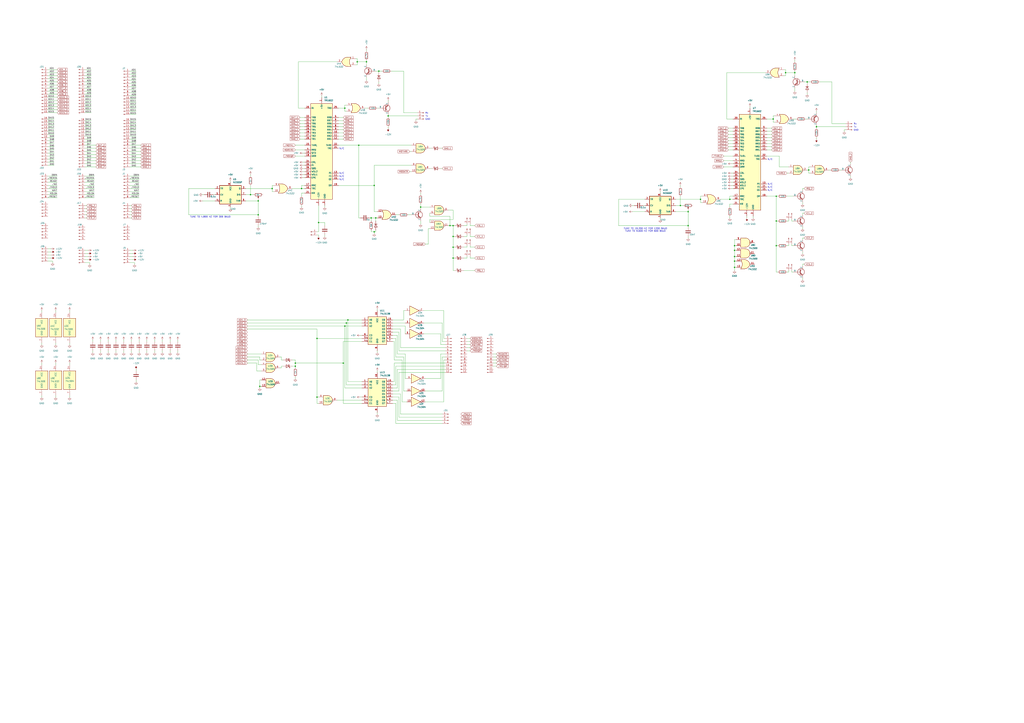
<source format=kicad_sch>
(kicad_sch (version 20250114) (generator "eeschema") (generator_version "9.0")
  (paper "A1")
  (text "GND" (at 703.072 106.934 0) (effects (font (size 1.27 1.27))))
  (text "TUNE TO 19,200 HZ FOR 1200 BAUD\nTUNE TO 9,600 HZ FOR 600 BAUD\n" (at 530.098 188.976 0) (effects (font (size 1.27 1.27))))
  (text "N/C" (at 280.67 147.574 0) (effects (font (size 1.27 1.27))))
  (text "GND" (at 351.282 98.044 0) (effects (font (size 1.27 1.27))))
  (text "N/C" (at 632.46 131.064 0) (effects (font (size 1.27 1.27))))
  (text "N/C" (at 280.67 142.494 0) (effects (font (size 1.27 1.27))))
  (text "TUNE TO 4,800 HZ FOR 300 BAUD" (at 172.72 178.308 0) (effects (font (size 1.27 1.27))))
  (text "Rx" (at 702.31 101.854 0) (effects (font (size 1.27 1.27))))
  (text "Tx" (at 702.31 104.394 0) (effects (font (size 1.27 1.27))))
  (text "Tx" (at 350.52 95.504 0) (effects (font (size 1.27 1.27))))
  (text "N/C" (at 632.46 156.464 0) (effects (font (size 1.27 1.27))))
  (text "N/C" (at 632.46 153.924 0) (effects (font (size 1.27 1.27))))
  (text "N/C" (at 632.46 151.384 0) (effects (font (size 1.27 1.27))))
  (text "Rx" (at 350.52 92.964 0) (effects (font (size 1.27 1.27))))
  (text "N/C" (at 280.67 145.034 0) (effects (font (size 1.27 1.27))))
  (text "N/C" (at 280.67 122.174 0) (effects (font (size 1.27 1.27))))
  (junction (at 603.25 214.63))
  (junction (at 307.34 152.4))
  (junction (at 664.21 139.7))
  (junction (at 603.25 210.82))
  (junction (at 372.11 194.31))
  (junction (at 603.25 205.74))
  (junction (at 205.74 160.02))
  (junction (at 558.8 168.91))
  (junction (at 260.35 278.13))
  (junction (at 247.65 154.94))
  (junction (at 311.15 58.42))
  (junction (at 372.11 203.2))
  (junction (at 318.77 95.25))
  (junction (at 261.62 182.88))
  (junction (at 603.25 201.93))
  (junction (at 304.8 179.07))
  (junction (at 283.21 88.9))
  (junction (at 284.48 265.43))
  (junction (at 599.44 163.83))
  (junction (at 300.99 50.8))
  (junction (at 260.35 326.39))
  (junction (at 223.52 154.94))
  (junction (at 285.75 262.89))
  (junction (at 283.21 267.97))
  (junction (at 212.09 165.1))
  (junction (at 242.57 298.45))
  (junction (at 281.94 298.45))
  (junction (at 212.09 176.53))
  (junction (at 345.44 170.18))
  (junction (at 372.11 212.09))
  (junction (at 645.16 59.69))
  (junction (at 637.54 181.61))
  (junction (at 662.94 67.31))
  (junction (at 652.78 59.69))
  (junction (at 307.34 190.5))
  (junction (at 294.64 119.38))
  (junction (at 637.54 161.29))
  (junction (at 575.31 163.83))
  (junction (at 369.57 185.42))
  (junction (at 372.11 185.42))
  (junction (at 603.25 219.71))
  (junction (at 565.15 185.42))
  (junction (at 293.37 50.8))
  (junction (at 635 97.79))
  (junction (at 242.57 300.99))
  (junction (at 213.36 317.5))
  (junction (at 637.54 201.93))
  (junction (at 565.15 173.99))
  (junction (at 670.56 104.14))
  (junction (at 308.61 179.07))
  (wire (pts (xy 111.76 303.53) (xy 111.76 304.8)))
  (wire (pts (xy 39.37 105.41) (xy 44.45 105.41)))
  (wire (pts (xy 281.94 331.47) (xy 297.18 331.47)))
  (wire (pts (xy 101.6 279.4) (xy 101.6 280.67)))
  (wire (pts (xy 363.22 345.44) (xy 326.39 345.44)))
  (wire (pts (xy 39.37 59.69) (xy 46.99 59.69)))
  (wire (pts (xy 689.61 139.7) (xy 690.88 139.7)))
  (wire (pts (xy 69.85 132.08) (xy 78.74 132.08)))
  (wire (pts (xy 386.08 210.82) (xy 386.08 212.09)))
  (wire (pts (xy 39.37 209.55) (xy 41.91 209.55)))
  (wire (pts (xy 308.61 179.07) (xy 308.61 181.61)))
  (wire (pts (xy 74.93 90.17) (xy 69.85 90.17)))
  (wire (pts (xy 311.15 58.42) (xy 313.69 58.42)))
  (wire (pts (xy 664.21 142.24) (xy 664.21 139.7)))
  (wire (pts (xy 368.3 172.72) (xy 372.11 172.72)))
  (wire (pts (xy 600.71 147.32) (xy 601.98 147.32)))
  (wire (pts (xy 372.11 172.72) (xy 372.11 180.34)))
  (wire (pts (xy 69.85 134.62) (xy 78.74 134.62)))
  (wire (pts (xy 599.44 177.8) (xy 599.44 179.07)))
  (wire (pts (xy 111.76 312.42) (xy 111.76 313.69)))
  (wire (pts (xy 683.26 101.6) (xy 694.69 101.6)))
  (wire (pts (xy 318.77 95.25) (xy 342.9 95.25)))
  (wire (pts (xy 283.21 86.36) (xy 284.48 86.36)))
  (wire (pts (xy 361.95 138.43) (xy 363.22 138.43)))
  (wire (pts (xy 598.17 118.11) (xy 601.98 118.11)))
  (wire (pts (xy 46.99 152.4) (xy 39.37 152.4)))
  (wire (pts (xy 46.99 160.02) (xy 39.37 160.02)))
  (wire (pts (xy 46.99 147.32) (xy 39.37 147.32)))
  (wire (pts (xy 39.37 74.93) (xy 46.99 74.93)))
  (wire (pts (xy 600.71 154.94) (xy 601.98 154.94)))
  (wire (pts (xy 39.37 64.77) (xy 46.99 64.77)))
  (wire (pts (xy 334.01 330.2) (xy 330.2 330.2)))
  (wire (pts (xy 106.68 116.84) (xy 111.76 116.84)))
  (wire (pts (xy 698.5 133.35) (xy 698.5 134.62)))
  (wire (pts (xy 39.37 207.01) (xy 41.91 207.01)))
  (wire (pts (xy 293.37 50.8) (xy 293.37 53.34)))
  (wire (pts (xy 601.98 163.83) (xy 599.44 163.83)))
  (wire (pts (xy 596.9 97.79) (xy 596.9 59.69)))
  (wire (pts (xy 74.93 62.23) (xy 69.85 62.23)))
  (wire (pts (xy 670.56 104.14) (xy 694.69 104.14)))
  (wire (pts (xy 640.08 137.16) (xy 647.7 137.16)))
  (wire (pts (xy 575.31 163.83) (xy 575.31 161.29)))
  (wire (pts (xy 308.61 189.23) (xy 308.61 190.5)))
  (wire (pts (xy 407.67 290.83) (xy 405.13 290.83)))
  (wire (pts (xy 203.2 262.89) (xy 285.75 262.89)))
  (wire (pts (xy 325.12 316.23) (xy 325.12 300.99)))
  (wire (pts (xy 189.23 170.18) (xy 189.23 171.45)))
  (wire (pts (xy 247.65 158.75) (xy 247.65 161.29)))
  (wire (pts (xy 77.47 154.94) (xy 69.85 154.94)))
  (wire (pts (xy 46.99 144.78) (xy 39.37 144.78)))
  (wire (pts (xy 603.25 214.63) (xy 603.25 219.71)))
  (wire (pts (xy 246.38 106.68) (xy 250.19 106.68)))
  (wire (pts (xy 77.47 147.32) (xy 69.85 147.32)))
  (wire (pts (xy 383.54 283.21) (xy 386.08 283.21)))
  (wire (pts (xy 231.14 293.37) (xy 229.87 293.37)))
  (wire (pts (xy 111.76 60.96) (xy 106.68 60.96)))
  (wire (pts (xy 205.74 152.4) (xy 205.74 160.02)))
  (wire (pts (xy 39.37 57.15) (xy 46.99 57.15)))
  (wire (pts (xy 74.93 82.55) (xy 69.85 82.55)))
  (wire (pts (xy 189.23 148.59) (xy 189.23 149.86)))
  (wire (pts (xy 309.88 88.9) (xy 311.15 88.9)))
  (wire (pts (xy 364.49 255.27) (xy 364.49 278.13)))
  (wire (pts (xy 363.22 265.43) (xy 347.98 265.43)))
  (wire (pts (xy 369.57 177.8) (xy 353.06 177.8)))
  (wire (pts (xy 598.17 105.41) (xy 601.98 105.41)))
  (wire (pts (xy 69.85 104.14) (xy 74.93 104.14)))
  (wire (pts (xy 74.93 77.47) (xy 69.85 77.47)))
  (wire (pts (xy 659.13 217.17) (xy 659.13 218.44)))
  (wire (pts (xy 231.14 302.26) (xy 231.14 300.99)))
  (wire (pts (xy 246.38 111.76) (xy 250.19 111.76)))
  (wire (pts (xy 74.93 85.09) (xy 69.85 85.09)))
  (wire (pts (xy 665.48 142.24) (xy 664.21 142.24)))
  (wire (pts (xy 146.05 279.4) (xy 146.05 280.67)))
  (wire (pts (xy 111.76 58.42) (xy 106.68 58.42)))
  (wire (pts (xy 212.09 185.42) (xy 212.09 186.69)))
  (wire (pts (xy 341.63 99.06) (xy 341.63 97.79)))
  (wire (pts (xy 372.11 222.25) (xy 372.11 212.09)))
  (wire (pts (xy 353.06 138.43) (xy 354.33 138.43)))
  (wire (pts (xy 231.14 300.99) (xy 232.41 300.99)))
  (wire (pts (xy 281.94 104.14) (xy 278.13 104.14)))
  (wire (pts (xy 114.3 147.32) (xy 106.68 147.32)))
  (wire (pts (xy 39.37 113.03) (xy 44.45 113.03)))
  (wire (pts (xy 69.85 111.76) (xy 74.93 111.76)))
  (wire (pts (xy 659.13 154.94) (xy 659.13 156.21)))
  (wire (pts (xy 372.11 180.34) (xy 353.06 180.34)))
  (wire (pts (xy 372.11 194.31) (xy 373.38 194.31)))
  (wire (pts (xy 600.71 142.24) (xy 601.98 142.24)))
  (wire (pts (xy 71.12 171.45) (xy 69.85 171.45)))
  (wire (pts (xy 325.12 278.13) (xy 322.58 278.13)))
  (wire (pts (xy 594.36 137.16) (xy 601.98 137.16)))
  (wire (pts (xy 77.47 152.4) (xy 69.85 152.4)))
  (wire (pts (xy 640.08 128.27) (xy 640.08 137.16)))
  (wire (pts (xy 69.85 121.92) (xy 78.74 121.92)))
  (wire (pts (xy 106.68 111.76) (xy 111.76 111.76)))
  (wire (pts (xy 154.94 176.53) (xy 212.09 176.53)))
  (wire (pts (xy 114.3 154.94) (xy 106.68 154.94)))
  (wire (pts (xy 519.43 168.91) (xy 520.7 168.91)))
  (wire (pts (xy 106.68 101.6) (xy 111.76 101.6)))
  (wire (pts (xy 331.47 58.42) (xy 331.47 92.71)))
  (wire (pts (xy 389.89 222.25) (xy 381 222.25)))
  (wire (pts (xy 110.49 217.17) (xy 110.49 215.9)))
  (wire (pts (xy 39.37 82.55) (xy 46.99 82.55)))
  (wire (pts (xy 369.57 185.42) (xy 369.57 177.8)))
  (wire (pts (xy 383.54 285.75) (xy 386.08 285.75)))
  (wire (pts (xy 600.71 149.86) (xy 601.98 149.86)))
  (wire (pts (xy 71.12 179.07) (xy 69.85 179.07)))
  (wire (pts (xy 322.58 275.59) (xy 326.39 275.59)))
  (wire (pts (xy 127 279.4) (xy 127 280.67)))
  (wire (pts (xy 297.18 278.13) (xy 260.35 278.13)))
  (wire (pts (xy 308.61 190.5) (xy 307.34 190.5)))
  (wire (pts (xy 325.12 347.98) (xy 363.22 347.98)))
  (wire (pts (xy 39.37 110.49) (xy 44.45 110.49)))
  (wire (pts (xy 629.92 97.79) (xy 635 97.79)))
  (wire (pts (xy 386.08 184.15) (xy 386.08 185.42)))
  (wire (pts (xy 285.75 313.69) (xy 297.18 313.69)))
  (wire (pts (xy 327.66 306.07) (xy 365.76 306.07)))
  (wire (pts (xy 645.16 59.69) (xy 645.16 57.15)))
  (wire (pts (xy 659.13 175.26) (xy 659.13 176.53)))
  (wire (pts (xy 139.7 279.4) (xy 139.7 280.67)))
  (wire (pts (xy 39.37 80.01) (xy 46.99 80.01)))
  (wire (pts (xy 659.13 195.58) (xy 659.13 196.85)))
  (wire (pts (xy 242.57 309.88) (xy 242.57 311.15)))
  (wire (pts (xy 633.73 105.41) (xy 629.92 105.41)))
  (wire (pts (xy 39.37 77.47) (xy 46.99 77.47)))
  (wire (pts (xy 69.85 124.46) (xy 78.74 124.46)))
  (wire (pts (xy 95.25 279.4) (xy 95.25 280.67)))
  (wire (pts (xy 322.58 265.43) (xy 332.74 265.43)))
  (wire (pts (xy 327.66 321.31) (xy 327.66 306.07)))
  (wire (pts (xy 353.06 180.34) (xy 353.06 182.88)))
  (wire (pts (xy 300.99 63.5) (xy 300.99 66.04)))
  (wire (pts (xy 39.37 100.33) (xy 44.45 100.33)))
  (wire (pts (xy 260.35 278.13) (xy 260.35 326.39)))
  (wire (pts (xy 351.79 200.66) (xy 351.79 187.96)))
  (wire (pts (xy 633.73 115.57) (xy 629.92 115.57)))
  (wire (pts (xy 76.2 279.4) (xy 76.2 280.67)))
  (wire (pts (xy 261.62 331.47) (xy 260.35 331.47)))
  (wire (pts (xy 212.09 163.83) (xy 212.09 165.1)))
  (wire (pts (xy 330.2 330.2) (xy 330.2 295.91)))
  (wire (pts (xy 318.77 95.25) (xy 318.77 96.52)))
  (wire (pts (xy 266.7 193.04) (xy 266.7 194.31)))
  (wire (pts (xy 594.36 132.08) (xy 601.98 132.08)))
  (wire (pts (xy 281.94 109.22) (xy 278.13 109.22)))
  (wire (pts (xy 670.56 91.44) (xy 670.56 92.71)))
  (wire (pts (xy 166.37 160.02) (xy 167.64 160.02)))
  (wire (pts (xy 106.68 106.68) (xy 111.76 106.68)))
  (wire (pts (xy 297.18 316.23) (xy 284.48 316.23)))
  (wire (pts (xy 323.85 313.69) (xy 322.58 313.69)))
  (wire (pts (xy 46.99 154.94) (xy 39.37 154.94)))
  (wire (pts (xy 281.94 298.45) (xy 281.94 331.47)))
  (wire (pts (xy 111.76 71.12) (xy 106.68 71.12)))
  (wire (pts (xy 242.57 298.45) (xy 242.57 295.91)))
  (wire (pts (xy 39.37 87.63) (xy 46.99 87.63)))
  (wire (pts (xy 637.54 161.29) (xy 637.54 181.61)))
  (wire (pts (xy 45.72 255.27) (xy 45.72 256.54)))
  (wire (pts (xy 77.47 162.56) (xy 69.85 162.56)))
  (wire (pts (xy 331.47 262.89) (xy 322.58 262.89)))
  (wire (pts (xy 304.8 179.07) (xy 304.8 181.61)))
  (wire (pts (xy 600.71 144.78) (xy 601.98 144.78)))
  (wire (pts (xy 651.51 223.52) (xy 650.24 223.52)))
  (wire (pts (xy 34.29 298.45) (xy 34.29 299.72)))
  (wire (pts (xy 651.51 181.61) (xy 650.24 181.61)))
  (wire (pts (xy 383.54 212.09) (xy 381 212.09)))
  (wire (pts (xy 106.68 127) (xy 115.57 127)))
  (wire (pts (xy 598.17 115.57) (xy 601.98 115.57)))
  (wire (pts (xy 659.13 166.37) (xy 659.13 167.64)))
  (wire (pts (xy 528.32 168.91) (xy 529.59 168.91)))
  (wire (pts (xy 599.44 161.29) (xy 599.44 163.83)))
  (wire (pts (xy 242.57 123.19) (xy 250.19 123.19)))
  (wire (pts (xy 106.68 114.3) (xy 111.76 114.3)))
  (wire (pts (xy 345.44 181.61) (xy 345.44 184.15)))
  (wire (pts (xy 213.36 312.42) (xy 213.36 317.5)))
  (wire (pts (xy 203.2 293.37) (xy 213.36 293.37)))
  (wire (pts (xy 647.7 201.93) (xy 647.7 200.66)))
  (wire (pts (xy 383.54 280.67) (xy 386.08 280.67)))
  (wire (pts (xy 69.85 99.06) (xy 74.93 99.06)))
  (wire (pts (xy 71.12 176.53) (xy 69.85 176.53)))
  (wire (pts (xy 660.4 154.94) (xy 659.13 154.94)))
  (wire (pts (xy 71.12 173.99) (xy 69.85 173.99)))
  (wire (pts (xy 650.24 201.93) (xy 650.24 200.66)))
  (wire (pts (xy 214.63 317.5) (xy 213.36 317.5)))
  (wire (pts (xy 327.66 342.9) (xy 363.22 342.9)))
  (wire (pts (xy 307.34 152.4) (xy 307.34 173.99)))
  (wire (pts (xy 599.44 167.64) (xy 599.44 170.18)))
  (wire (pts (xy 647.7 181.61) (xy 647.7 180.34)))
  (wire (pts (xy 39.37 72.39) (xy 46.99 72.39)))
  (wire (pts (xy 106.68 121.92) (xy 115.57 121.92)))
  (wire (pts (xy 154.94 154.94) (xy 154.94 176.53)))
  (wire (pts (xy 311.15 58.42) (xy 311.15 59.69)))
  (wire (pts (xy 629.92 128.27) (xy 640.08 128.27)))
  (wire (pts (xy 372.11 185.42) (xy 373.38 185.42)))
  (wire (pts (xy 363.22 265.43) (xy 363.22 280.67)))
  (wire (pts (xy 383.54 193.04) (xy 383.54 194.31)))
  (wire (pts (xy 57.15 281.94) (xy 57.15 283.21)))
  (wire (pts (xy 212.09 176.53) (xy 212.09 177.8)))
  (wire (pts (xy 248.92 143.51) (xy 250.19 143.51)))
  (wire (pts (xy 645.16 59.69) (xy 652.78 59.69)))
  (wire (pts (xy 361.95 283.21) (xy 365.76 283.21)))
  (wire (pts (xy 660.4 175.26) (xy 659.13 175.26)))
  (wire (pts (xy 673.1 67.31) (xy 683.26 67.31)))
  (wire (pts (xy 307.34 190.5) (xy 304.8 190.5)))
  (wire (pts (xy 647.7 223.52) (xy 647.7 222.25)))
  (wire (pts (xy 283.21 267.97) (xy 283.21 318.77)))
  (wire (pts (xy 240.03 300.99) (xy 242.57 300.99)))
  (wire (pts (xy 325.12 293.37) (xy 325.12 278.13)))
  (wire (pts (xy 576.58 166.37) (xy 575.31 166.37)))
  (wire (pts (xy 39.37 115.57) (xy 44.45 115.57)))
  (wire (pts (xy 670.56 102.87) (xy 670.56 104.14)))
  (wire (pts (xy 598.17 123.19) (xy 601.98 123.19)))
  (wire (pts (xy 519.43 173.99) (xy 529.59 173.99)))
  (wire (pts (xy 231.14 295.91) (xy 231.14 293.37)))
  (wire (pts (xy 114.3 152.4) (xy 106.68 152.4)))
  (wire (pts (xy 670.56 104.14) (xy 670.56 105.41)))
  (wire (pts (xy 372.11 194.31) (xy 372.11 185.42)))
  (wire (pts (xy 114.3 144.78) (xy 106.68 144.78)))
  (wire (pts (xy 111.76 68.58) (xy 106.68 68.58)))
  (wire (pts (xy 321.31 58.42) (xy 331.47 58.42)))
  (wire (pts (xy 652.78 49.53) (xy 652.78 50.8)))
  (wire (pts (xy 283.21 91.44) (xy 284.48 91.44)))
  (wire (pts (xy 300.99 40.64) (xy 300.99 41.91)))
  (wire (pts (xy 345.44 170.18) (xy 345.44 171.45)))
  (wire (pts (xy 323.85 298.45) (xy 323.85 313.69)))
  (wire (pts (xy 111.76 88.9) (xy 106.68 88.9)))
  (wire (pts (xy 542.29 157.48) (xy 542.29 158.75)))
  (wire (pts (xy 283.21 318.77) (xy 297.18 318.77)))
  (wire (pts (xy 659.13 207.01) (xy 659.13 208.28)))
  (wire (pts (xy 407.67 300.99) (xy 405.13 300.99)))
  (wire (pts (xy 242.57 128.27) (xy 250.19 128.27)))
  (wire (pts (xy 633.73 123.19) (xy 629.92 123.19)))
  (wire (pts (xy 330.2 295.91) (xy 323.85 295.91)))
  (wire (pts (xy 323.85 280.67) (xy 323.85 295.91)))
  (wire (pts (xy 309.88 339.09) (xy 309.88 340.36)))
  (wire (pts (xy 318.77 93.98) (xy 318.77 95.25)))
  (wire (pts (xy 363.22 340.36) (xy 328.93 340.36)))
  (wire (pts (xy 300.99 50.8) (xy 300.99 53.34)))
  (wire (pts (xy 276.86 328.93) (xy 297.18 328.93)))
  (wire (pts (xy 39.37 107.95) (xy 44.45 107.95)))
  (wire (pts (xy 638.81 161.29) (xy 637.54 161.29)))
  (wire (pts (xy 596.9 59.69) (xy 628.65 59.69)))
  (wire (pts (xy 363.22 293.37) (xy 363.22 321.31)))
  (wire (pts (xy 245.11 50.8) (xy 245.11 88.9)))
  (wire (pts (xy 106.68 104.14) (xy 111.76 104.14)))
  (wire (pts (xy 34.29 255.27) (xy 34.29 256.54)))
  (wire (pts (xy 69.85 213.36) (xy 72.39 213.36)))
  (wire (pts (xy 139.7 288.29) (xy 139.7 289.56)))
  (wire (pts (xy 111.76 73.66) (xy 106.68 73.66)))
  (wire (pts (xy 643.89 62.23) (xy 645.16 62.23)))
  (wire (pts (xy 327.66 288.29) (xy 327.66 273.05)))
  (wire (pts (xy 111.76 66.04) (xy 106.68 66.04)))
  (wire (pts (xy 77.47 160.02) (xy 69.85 160.02)))
  (wire (pts (xy 334.01 311.15) (xy 332.74 311.15)))
  (wire (pts (xy 615.95 87.63) (xy 615.95 88.9)))
  (wire (pts (xy 44.45 118.11) (xy 39.37 118.11)))
  (wire (pts (xy 635 100.33) (xy 636.27 100.33)))
  (wire (pts (xy 383.54 201.93) (xy 383.54 203.2)))
  (wire (pts (xy 74.93 72.39) (xy 69.85 72.39)))
  (wire (pts (xy 246.38 109.22) (xy 250.19 109.22)))
  (wire (pts (xy 635 97.79) (xy 635 95.25)))
  (wire (pts (xy 246.38 104.14) (xy 250.19 104.14)))
  (wire (pts (xy 114.3 162.56) (xy 106.68 162.56)))
  (wire (pts (xy 106.68 205.74) (xy 109.22 205.74)))
  (wire (pts (xy 69.85 101.6) (xy 74.93 101.6)))
  (wire (pts (xy 46.99 162.56) (xy 39.37 162.56)))
  (wire (pts (xy 637.54 201.93) (xy 638.81 201.93)))
  (wire (pts (xy 39.37 212.09) (xy 41.91 212.09)))
  (wire (pts (xy 106.68 137.16) (xy 115.57 137.16)))
  (wire (pts (xy 603.25 201.93) (xy 603.25 205.74)))
  (wire (pts (xy 326.39 303.53) (xy 326.39 318.77)))
  (wire (pts (xy 325.12 300.99) (xy 365.76 300.99)))
  (wire (pts (xy 652.78 72.39) (xy 652.78 74.93)))
  (wire (pts (xy 111.76 81.28) (xy 106.68 81.28)))
  (wire (pts (xy 299.72 88.9) (xy 302.26 88.9)))
  (wire (pts (xy 345.44 167.64) (xy 345.44 170.18)))
  (wire (pts (xy 331.47 321.31) (xy 334.01 321.31)))
  (wire (pts (xy 508 163.83) (xy 529.59 163.83)))
  (wire (pts (xy 603.25 205.74) (xy 603.25 210.82)))
  (wire (pts (xy 223.52 152.4) (xy 224.79 152.4)))
  (wire (pts (xy 294.64 119.38) (xy 294.64 179.07)))
  (wire (pts (xy 175.26 160.02) (xy 176.53 160.02)))
  (wire (pts (xy 45.72 281.94) (xy 45.72 283.21)))
  (wire (pts (xy 660.4 67.31) (xy 662.94 67.31)))
  (wire (pts (xy 39.37 90.17) (xy 46.99 90.17)))
  (wire (pts (xy 383.54 203.2) (xy 381 203.2)))
  (wire (pts (xy 69.85 205.74) (xy 72.39 205.74)))
  (wire (pts (xy 281.94 114.3) (xy 278.13 114.3)))
  (wire (pts (xy 309.88 254) (xy 309.88 255.27)))
  (wire (pts (xy 77.47 144.78) (xy 69.85 144.78)))
  (wire (pts (xy 361.95 274.32) (xy 361.95 283.21)))
  (wire (pts (xy 661.67 97.79) (xy 662.94 97.79)))
  (wire (pts (xy 308.61 58.42) (xy 311.15 58.42)))
  (wire (pts (xy 266.7 182.88) (xy 261.62 182.88)))
  (wire (pts (xy 247.65 152.4) (xy 250.19 152.4)))
  (wire (pts (xy 646.43 161.29) (xy 651.51 161.29)))
  (wire (pts (xy 133.35 279.4) (xy 133.35 280.67)))
  (wire (pts (xy 565.15 194.31) (xy 565.15 195.58)))
  (wire (pts (xy 351.79 187.96) (xy 353.06 187.96)))
  (wire (pts (xy 318.77 104.14) (xy 318.77 105.41)))
  (wire (pts (xy 242.57 298.45) (xy 281.94 298.45)))
  (wire (pts (xy 34.29 325.12) (xy 34.29 326.39)))
  (wire (pts (xy 383.54 185.42) (xy 383.54 184.15)))
  (wire (pts (xy 278.13 88.9) (xy 283.21 88.9)))
  (wire (pts (xy 565.15 185.42) (xy 565.15 186.69)))
  (wire (pts (xy 261.62 168.91) (xy 261.62 182.88)))
  (wire (pts (xy 651.51 97.79) (xy 654.05 97.79)))
  (wire (pts (xy 111.76 76.2) (xy 106.68 76.2)))
  (wire (pts (xy 372.11 212.09) (xy 372.11 203.2)))
  (wire (pts (xy 327.66 326.39) (xy 327.66 342.9)))
  (wire (pts (xy 154.94 154.94) (xy 176.53 154.94)))
  (wire (pts (xy 76.2 288.29) (xy 76.2 289.56)))
  (wire (pts (xy 242.57 300.99) (xy 242.57 302.26)))
  (wire (pts (xy 650.24 223.52) (xy 650.24 222.25)))
  (wire (pts (xy 82.55 288.29) (xy 82.55 289.56)))
  (wire (pts (xy 633.73 113.03) (xy 629.92 113.03)))
  (wire (pts (xy 645.16 57.15) (xy 643.89 57.15)))
  (wire (pts (xy 331.47 293.37) (xy 331.47 321.31)))
  (wire (pts (xy 111.76 63.5) (xy 106.68 63.5)))
  (wire (pts (xy 659.13 186.69) (xy 659.13 187.96)))
  (wire (pts (xy 364.49 255.27) (xy 347.98 255.27)))
  (wire (pts (xy 600.71 134.62) (xy 601.98 134.62)))
  (wire (pts (xy 322.58 326.39) (xy 327.66 326.39)))
  (wire (pts (xy 223.52 157.48) (xy 223.52 154.94)))
  (wire (pts (xy 336.55 140.97) (xy 337.82 140.97)))
  (wire (pts (xy 603.25 219.71) (xy 604.52 219.71)))
  (wire (pts (xy 114.3 149.86) (xy 106.68 149.86)))
  (wire (pts (xy 46.99 149.86) (xy 39.37 149.86)))
  (wire (pts (xy 297.18 267.97) (xy 283.21 267.97)))
  (wire (pts (xy 307.34 190.5) (xy 307.34 191.77)))
  (wire (pts (xy 365.76 293.37) (xy 363.22 293.37)))
  (wire (pts (xy 364.49 295.91) (xy 365.76 295.91)))
  (wire (pts (xy 600.71 152.4) (xy 601.98 152.4)))
  (wire (pts (xy 698.5 144.78) (xy 698.5 146.05)))
  (wire (pts (xy 659.13 228.6) (xy 659.13 229.87)))
  (wire (pts (xy 309.88 304.8) (xy 309.88 306.07)))
  (wire (pts (xy 365.76 278.13) (xy 364.49 278.13)))
  (wire (pts (xy 69.85 114.3) (xy 74.93 114.3)))
  (wire (pts (xy 386.08 185.42) (xy 389.89 185.42)))
  (wire (pts (xy 386.08 193.04) (xy 386.08 194.31)))
  (wire (pts (xy 106.68 210.82) (xy 109.22 210.82)))
  (wire (pts (xy 261.62 182.88) (xy 261.62 190.5)))
  (wire (pts (xy 652.78 59.69) (xy 652.78 62.23)))
  (wire (pts (xy 248.92 140.97) (xy 250.19 140.97)))
  (wire (pts (xy 336.55 124.46) (xy 337.82 124.46)))
  (wire (pts (xy 599.44 161.29) (xy 601.98 161.29)))
  (wire (pts (xy 618.49 177.8) (xy 618.49 179.07)))
  (wire (pts (xy 248.92 133.35) (xy 250.19 133.35)))
  (wire (pts (xy 111.76 78.74) (xy 106.68 78.74)))
  (wire (pts (xy 69.85 116.84) (xy 74.93 116.84)))
  (wire (pts (xy 69.85 106.68) (xy 74.93 106.68)))
  (wire (pts (xy 328.93 340.36) (xy 328.93 323.85)))
  (wire (pts (xy 166.37 165.1) (xy 176.53 165.1)))
  (wire (pts (xy 598.17 107.95) (xy 601.98 107.95)))
  (wire (pts (xy 44.45 130.81) (xy 39.37 130.81)))
  (wire (pts (xy 73.66 217.17) (xy 73.66 215.9)))
  (wire (pts (xy 638.81 223.52) (xy 637.54 223.52)))
  (wire (pts (xy 44.45 133.35) (xy 39.37 133.35)))
  (wire (pts (xy 575.31 166.37) (xy 575.31 163.83)))
  (wire (pts (xy 205.74 144.78) (xy 205.74 143.51)))
  (wire (pts (xy 281.94 99.06) (xy 278.13 99.06)))
  (wire (pts (xy 680.72 139.7) (xy 681.99 139.7)))
  (wire (pts (xy 322.58 331.47) (xy 325.12 331.47)))
  (wire (pts (xy 43.18 214.63) (xy 39.37 214.63)))
  (wire (pts (xy 39.37 62.23) (xy 46.99 62.23)))
  (wire (pts (xy 107.95 171.45) (xy 106.68 171.45)))
  (wire (pts (xy 248.92 138.43) (xy 250.19 138.43)))
  (wire (pts (xy 332.74 267.97) (xy 332.74 274.32)))
  (wire (pts (xy 604.52 201.93) (xy 603.25 201.93)))
  (wire (pts (xy 39.37 67.31) (xy 46.99 67.31)))
  (wire (pts (xy 294.64 119.38) (xy 337.82 119.38)))
  (wire (pts (xy 95.25 288.29) (xy 95.25 289.56)))
  (wire (pts (xy 693.42 107.95) (xy 693.42 106.68)))
  (wire (pts (xy 201.93 154.94) (xy 223.52 154.94)))
  (wire (pts (xy 633.73 107.95) (xy 629.92 107.95)))
  (wire (pts (xy 88.9 279.4) (xy 88.9 280.67)))
  (wire (pts (xy 345.44 170.18) (xy 353.06 170.18)))
  (wire (pts (xy 307.34 173.99) (xy 309.88 173.99)))
  (wire (pts (xy 633.73 120.65) (xy 629.92 120.65)))
  (wire (pts (xy 210.82 304.8) (xy 214.63 304.8)))
  (wire (pts (xy 223.52 154.94) (xy 223.52 152.4)))
  (wire (pts (xy 295.91 275.59) (xy 297.18 275.59)))
  (wire (pts (xy 349.25 311.15) (xy 361.95 311.15)))
  (wire (pts (xy 212.09 299.72) (xy 214.63 299.72)))
  (wire (pts (xy 73.66 215.9) (xy 69.85 215.9)))
  (wire (pts (xy 283.21 91.44) (xy 283.21 88.9)))
  (wire (pts (xy 345.44 158.75) (xy 345.44 160.02)))
  (wire (pts (xy 107.95 279.4) (xy 107.95 280.67)))
  (wire (pts (xy 260.35 190.5) (xy 261.62 190.5)))
  (wire (pts (xy 328.93 285.75) (xy 365.76 285.75)))
  (wire (pts (xy 325.12 331.47) (xy 325.12 347.98)))
  (wire (pts (xy 39.37 102.87) (xy 44.45 102.87)))
  (wire (pts (xy 210.82 298.45) (xy 203.2 298.45)))
  (wire (pts (xy 77.47 149.86) (xy 69.85 149.86)))
  (wire (pts (xy 213.36 293.37) (xy 213.36 295.91)))
  (wire (pts (xy 322.58 270.51) (xy 328.93 270.51)))
  (wire (pts (xy 107.95 179.07) (xy 106.68 179.07)))
  (wire (pts (xy 77.47 157.48) (xy 69.85 157.48)))
  (wire (pts (xy 74.93 57.15) (xy 69.85 57.15)))
  (wire (pts (xy 635 100.33) (xy 635 97.79)))
  (wire (pts (xy 326.39 345.44) (xy 326.39 328.93)))
  (wire (pts (xy 308.61 179.07) (xy 309.88 179.07)))
  (wire (pts (xy 44.45 135.89) (xy 39.37 135.89)))
  (wire (pts (xy 43.18 215.9) (xy 43.18 214.63)))
  (wire (pts (xy 554.99 173.99) (xy 565.15 173.99)))
  (wire (pts (xy 203.2 290.83) (xy 214.63 290.83)))
  (wire (pts (xy 594.36 128.27) (xy 601.98 128.27)))
  (wire (pts (xy 107.95 168.91) (xy 106.68 168.91)))
  (wire (pts (xy 603.25 210.82) (xy 603.25 214.63)))
  (wire (pts (xy 565.15 172.72) (xy 565.15 173.99)))
  (wire (pts (xy 250.19 154.94) (xy 247.65 154.94)))
  (wire (pts (xy 264.16 78.74) (xy 264.16 80.01)))
  (wire (pts (xy 304.8 179.07) (xy 308.61 179.07)))
  (wire (pts (xy 558.8 168.91) (xy 561.34 168.91)))
  (wire (pts (xy 44.45 128.27) (xy 39.37 128.27)))
  (wire (pts (xy 246.38 101.6) (xy 250.19 101.6)))
  (wire (pts (xy 326.39 275.59) (xy 326.39 290.83)))
  (wire (pts (xy 106.68 129.54) (xy 115.57 129.54)))
  (wire (pts (xy 652.78 58.42) (xy 652.78 59.69)))
  (wire (pts (xy 283.21 88.9) (xy 283.21 86.36)))
  (wire (pts (xy 383.54 278.13) (xy 386.08 278.13)))
  (wire (pts (xy 292.1 53.34) (xy 293.37 53.34)))
  (wire (pts (xy 213.36 295.91) (xy 214.63 295.91)))
  (wire (pts (xy 111.76 91.44) (xy 106.68 91.44)))
  (wire (pts (xy 260.35 326.39) (xy 261.62 326.39)))
  (wire (pts (xy 106.68 213.36) (xy 109.22 213.36)))
  (wire (pts (xy 311.15 67.31) (xy 311.15 68.58)))
  (wire (pts (xy 46.99 157.48) (xy 39.37 157.48)))
  (wire (pts (xy 693.42 106.68) (xy 694.69 106.68)))
  (wire (pts (xy 325.12 176.53) (xy 327.66 176.53)))
  (wire (pts (xy 603.25 219.71) (xy 603.25 222.25)))
  (wire (pts (xy 372.11 203.2) (xy 373.38 203.2)))
  (wire (pts (xy 39.37 97.79) (xy 44.45 97.79)))
  (wire (pts (xy 651.51 201.93) (xy 650.24 201.93)))
  (wire (pts (xy 365.76 280.67) (xy 363.22 280.67)))
  (wire (pts (xy 74.93 69.85) (xy 69.85 69.85)))
  (wire (pts (xy 598.17 120.65) (xy 601.98 120.65)))
  (wire (pts (xy 39.37 204.47) (xy 41.91 204.47)))
  (wire (pts (xy 327.66 288.29) (xy 365.76 288.29)))
  (wire (pts (xy 633.73 110.49) (xy 629.92 110.49)))
  (wire (pts (xy 603.25 214.63) (xy 604.52 214.63)))
  (wire (pts (xy 664.21 137.16) (xy 665.48 137.16)))
  (wire (pts (xy 111.76 83.82) (xy 106.68 83.82)))
  (wire (pts (xy 242.57 119.38) (xy 250.19 119.38)))
  (wire (pts (xy 331.47 255.27) (xy 331.47 262.89)))
  (wire (pts (xy 44.45 125.73) (xy 39.37 125.73)))
  (wire (pts (xy 120.65 279.4) (xy 120.65 280.67)))
  (wire (pts (xy 322.58 321.31) (xy 327.66 321.31)))
  (wire (pts (xy 326.39 328.93) (xy 322.58 328.93)))
  (wire (pts (xy 74.93 67.31) (xy 69.85 67.31)))
  (wire (pts (xy 114.3 279.4) (xy 114.3 280.67)))
  (wire (pts (xy 146.05 288.29) (xy 146.05 289.56)))
  (wire (pts (xy 247.65 152.4) (xy 247.65 154.94)))
  (wire (pts (xy 106.68 132.08) (xy 115.57 132.08)))
  (wire (pts (xy 266.7 185.42) (xy 266.7 182.88)))
  (wire (pts (xy 69.85 109.22) (xy 74.93 109.22)))
  (wire (pts (xy 662.94 139.7) (xy 664.21 139.7)))
  (wire (pts (xy 646.43 223.52) (xy 647.7 223.52)))
  (wire (pts (xy 307.34 135.89) (xy 307.34 152.4)))
  (wire (pts (xy 381 185.42) (xy 383.54 185.42)))
  (wire (pts (xy 284.48 265.43) (xy 284.48 316.23)))
  (wire (pts (xy 39.37 85.09) (xy 46.99 85.09)))
  (wire (pts (xy 203.2 267.97) (xy 283.21 267.97)))
  (wire (pts (xy 281.94 111.76) (xy 278.13 111.76)))
  (wire (pts (xy 281.94 106.68) (xy 278.13 106.68)))
  (wire (pts (xy 69.85 119.38) (xy 78.74 119.38)))
  (wire (pts (xy 662.94 67.31) (xy 665.48 67.31)))
  (wire (pts (xy 71.12 168.91) (xy 69.85 168.91)))
  (wire (pts (xy 407.67 295.91) (xy 405.13 295.91)))
  (wire (pts (xy 368.3 185.42) (xy 369.57 185.42)))
  (wire (pts (xy 650.24 181.61) (xy 650.24 180.34)))
  (wire (pts (xy 295.91 326.39) (xy 297.18 326.39)))
  (wire (pts (xy 646.43 142.24) (xy 647.7 142.24)))
  (wire (pts (xy 45.72 325.12) (xy 45.72 326.39)))
  (wire (pts (xy 633.73 118.11) (xy 629.92 118.11)))
  (wire (pts (xy 386.08 212.09) (xy 389.89 212.09)))
  (wire (pts (xy 575.31 161.29) (xy 576.58 161.29)))
  (wire (pts (xy 246.38 99.06) (xy 250.19 99.06)))
  (wire (pts (xy 120.65 288.29) (xy 120.65 289.56)))
  (wire (pts (xy 247.65 168.91) (xy 247.65 170.18)))
  (wire (pts (xy 307.34 135.89) (xy 337.82 135.89)))
  (wire (pts (xy 248.92 146.05) (xy 250.19 146.05)))
  (wire (pts (xy 106.68 134.62) (xy 115.57 134.62)))
  (wire (pts (xy 292.1 48.26) (xy 293.37 48.26)))
  (wire (pts (xy 39.37 92.71) (xy 46.99 92.71)))
  (wire (pts (xy 281.94 101.6) (xy 278.13 101.6)))
  (wire (pts (xy 133.35 288.29) (xy 133.35 289.56)))
  (wire (pts (xy 114.3 157.48) (xy 106.68 157.48)))
  (wire (pts (xy 57.15 325.12) (xy 57.15 326.39)))
  (wire (pts (xy 106.68 99.06) (xy 111.76 99.06)))
  (wire (pts (xy 107.95 288.29) (xy 107.95 289.56)))
  (wire (pts (xy 74.93 74.93) (xy 69.85 74.93)))
  (wire (pts (xy 328.93 270.51) (xy 328.93 285.75)))
  (wire (pts (xy 44.45 123.19) (xy 39.37 123.19)))
  (wire (pts (xy 304.8 190.5) (xy 304.8 189.23)))
  (wire (pts (xy 332.74 290.83) (xy 326.39 290.83)))
  (wire (pts (xy 261.62 194.31) (xy 261.62 193.04)))
  (wire (pts (xy 127 288.29) (xy 127 289.56)))
  (wire (pts (xy 322.58 280.67) (xy 323.85 280.67)))
  (wire (pts (xy 69.85 129.54) (xy 78.74 129.54)))
  (wire (pts (xy 210.82 298.45) (xy 210.82 304.8)))
  (wire (pts (xy 372.11 203.2) (xy 372.11 194.31)))
  (wire (pts (xy 353.06 121.92) (xy 354.33 121.92)))
  (wire (pts (xy 637.54 223.52) (xy 637.54 201.93)))
  (wire (pts (xy 114.3 288.29) (xy 114.3 289.56)))
  (wire (pts (xy 201.93 165.1) (xy 212.09 165.1)))
  (wire (pts (xy 341.63 97.79) (xy 342.9 97.79)))
  (wire (pts (xy 284.48 265.43) (xy 297.18 265.43)))
  (wire (pts (xy 361.95 311.15) (xy 361.95 290.83)))
  (wire (pts (xy 229.87 302.26) (xy 231.14 302.26)))
  (wire (pts (xy 598.17 113.03) (xy 601.98 113.03)))
  (wire (pts (xy 558.8 161.29) (xy 558.8 168.91)))
  (wire (pts (xy 261.62 193.04) (xy 260.35 193.04)))
  (wire (pts (xy 386.08 194.31) (xy 389.89 194.31)))
  (wire (pts (xy 260.35 331.47) (xy 260.35 326.39)))
  (wire (pts (xy 637.54 161.29) (xy 629.92 161.29)))
  (wire (pts (xy 110.49 215.9) (xy 106.68 215.9)))
  (wire (pts (xy 82.55 279.4) (xy 82.55 280.67)))
  (wire (pts (xy 74.93 64.77) (xy 69.85 64.77)))
  (wire (pts (xy 318.77 82.55) (xy 318.77 83.82)))
  (wire (pts (xy 322.58 267.97) (xy 332.74 267.97)))
  (wire (pts (xy 74.93 59.69) (xy 69.85 59.69)))
  (wire (pts (xy 683.26 67.31) (xy 683.26 101.6)))
  (wire (pts (xy 281.94 280.67) (xy 281.94 298.45)))
  (wire (pts (xy 212.09 165.1) (xy 212.09 176.53)))
  (wire (pts (xy 554.99 168.91) (xy 558.8 168.91)))
  (wire (pts (xy 508 163.83) (xy 508 185.42)))
  (wire (pts (xy 248.92 125.73) (xy 250.19 125.73)))
  (wire (pts (xy 247.65 158.75) (xy 250.19 158.75)))
  (wire (pts (xy 278.13 119.38) (xy 294.64 119.38)))
  (wire (pts (xy 69.85 210.82) (xy 72.39 210.82)))
  (wire (pts (xy 335.28 176.53) (xy 337.82 176.53)))
  (wire (pts (xy 603.25 196.85) (xy 603.25 201.93)))
  (wire (pts (xy 353.06 177.8) (xy 353.06 175.26)))
  (wire (pts (xy 383.54 288.29) (xy 386.08 288.29)))
  (wire (pts (xy 34.29 281.94) (xy 34.29 283.21)))
  (wire (pts (xy 361.95 290.83) (xy 365.76 290.83)))
  (wire (pts (xy 670.56 113.03) (xy 670.56 114.3)))
  (wire (pts (xy 349.25 200.66) (xy 351.79 200.66)))
  (wire (pts (xy 347.98 274.32) (xy 361.95 274.32)))
  (wire (pts (xy 248.92 135.89) (xy 250.19 135.89)))
  (wire (pts (xy 383.54 210.82) (xy 383.54 212.09)))
  (wire (pts (xy 662.94 76.2) (xy 662.94 77.47)))
  (wire (pts (xy 558.8 153.67) (xy 558.8 152.4)))
  (wire (pts (xy 245.11 50.8) (xy 276.86 50.8)))
  (wire (pts (xy 246.38 96.52) (xy 250.19 96.52)))
  (wire (pts (xy 285.75 262.89) (xy 285.75 313.69)))
  (wire (pts (xy 662.94 67.31) (xy 662.94 68.58)))
  (wire (pts (xy 326.39 318.77) (xy 322.58 318.77)))
  (wire (pts (xy 111.76 93.98) (xy 106.68 93.98)))
  (wire (pts (xy 637.54 181.61) (xy 638.81 181.61)))
  (wire (pts (xy 322.58 316.23) (xy 325.12 316.23)))
  (wire (pts (xy 107.95 176.53) (xy 106.68 176.53)))
  (wire (pts (xy 281.94 96.52) (xy 278.13 96.52)))
  (wire (pts (xy 373.38 212.09) (xy 372.11 212.09)))
  (wire (pts (xy 57.15 255.27) (xy 57.15 256.54)))
  (wire (pts (xy 591.82 163.83) (xy 599.44 163.83)))
  (wire (pts (xy 361.95 121.92) (xy 363.22 121.92)))
  (wire (pts (xy 69.85 137.16) (xy 78.74 137.16)))
  (wire (pts (xy 293.37 50.8) (xy 300.99 50.8)))
  (wire (pts (xy 364.49 330.2) (xy 364.49 295.91)))
  (wire (pts (xy 613.41 177.8) (xy 613.41 179.07)))
  (wire (pts (xy 508 185.42) (xy 565.15 185.42)))
  (wire (pts (xy 232.41 295.91) (xy 231.14 295.91)))
  (wire (pts (xy 598.17 110.49) (xy 601.98 110.49)))
  (wire (pts (xy 407.67 293.37) (xy 405.13 293.37)))
  (wire (pts (xy 645.16 62.23) (xy 645.16 59.69)))
  (wire (pts (xy 300.99 49.53) (xy 300.99 50.8)))
  (wire (pts (xy 646.43 181.61) (xy 647.7 181.61)))
  (wire (pts (xy 57.15 298.45) (xy 57.15 299.72)))
  (wire (pts (xy 331.47 92.71) (xy 342.9 92.71)))
  (wire (pts (xy 603.25 196.85) (xy 604.52 196.85)))
  (wire (pts (xy 542.29 179.07) (xy 542.29 180.34)))
  (wire (pts (xy 203.2 270.51) (xy 260.35 270.51)))
  (wire (pts (xy 45.72 298.45) (xy 45.72 299.72)))
  (wire (pts (xy 327.66 273.05) (xy 322.58 273.05)))
  (wire (pts (xy 373.38 222.25) (xy 372.11 222.25)))
  (wire (pts (xy 295.91 179.07) (xy 294.64 179.07)))
  (wire (pts (xy 101.6 288.29) (xy 101.6 289.56)))
  (wire (pts (xy 74.93 92.71) (xy 69.85 92.71)))
  (wire (pts (xy 363.22 321.31) (xy 349.25 321.31)))
  (wire (pts (xy 213.36 317.5) (xy 213.36 318.77)))
  (wire (pts (xy 246.38 114.3) (xy 250.19 114.3)))
  (wire (pts (xy 565.15 173.99) (xy 565.15 185.42)))
  (wire (pts (xy 383.54 194.31) (xy 381 194.31)))
  (wire (pts (xy 260.35 270.51) (xy 260.35 278.13)))
  (wire (pts (xy 111.76 86.36) (xy 106.68 86.36)))
  (wire (pts (xy 245.11 88.9) (xy 250.19 88.9)))
  (wire (pts (xy 203.2 265.43) (xy 284.48 265.43)))
  (wire (pts (xy 69.85 127) (xy 78.74 127)))
  (wire (pts (xy 39.37 69.85) (xy 46.99 69.85)))
  (wire (pts (xy 74.93 80.01) (xy 69.85 80.01)))
  (wire (pts (xy 203.2 295.91) (xy 212.09 295.91)))
  (wire (pts (xy 369.57 185.42) (xy 372.11 185.42)))
  (wire (pts (xy 596.9 97.79) (xy 601.98 97.79)))
  (wire (pts (xy 660.4 195.58) (xy 659.13 195.58)))
  (wire (pts (xy 74.93 87.63) (xy 69.85 87.63)))
  (wire (pts (xy 332.74 311.15) (xy 332.74 290.83)))
  (wire (pts (xy 603.25 210.82) (xy 604.52 210.82)))
  (wire (pts (xy 637.54 201.93) (xy 637.54 181.61)))
  (wire (pts (xy 281.94 280.67) (xy 297.18 280.67)))
  (wire (pts (xy 205.74 160.02) (xy 208.28 160.02)))
  (wire (pts (xy 325.12 293.37) (xy 331.47 293.37)))
  (wire (pts (xy 242.57 295.91) (xy 240.03 295.91)))
  (wire (pts (xy 201.93 160.02) (xy 205.74 160.02)))
  (wire (pts (xy 285.75 262.89) (xy 297.18 262.89)))
  (wire (pts (xy 106.68 119.38) (xy 115.57 119.38)))
  (wire (pts (xy 554.99 163.83) (xy 575.31 163.83)))
  (wire (pts (xy 603.25 205.74) (xy 604.52 205.74)))
  (wire (pts (xy 69.85 208.28) (xy 72.39 208.28)))
  (wire (pts (xy 386.08 203.2) (xy 389.89 203.2)))
  (wire (pts (xy 309.88 288.29) (xy 309.88 289.56)))
  (wire (pts (xy 635 95.25) (xy 636.27 95.25)))
  (wire (pts (xy 323.85 298.45) (xy 365.76 298.45)))
  (wire (pts (xy 349.25 330.2) (xy 364.49 330.2)))
  (wire (pts (xy 407.67 298.45) (xy 405.13 298.45)))
  (wire (pts (xy 114.3 160.02) (xy 106.68 160.02)))
  (wire (pts (xy 664.21 139.7) (xy 664.21 137.16)))
  (wire (pts (xy 660.4 217.17) (xy 659.13 217.17)))
  (wire (pts (xy 213.36 312.42) (xy 214.63 312.42)))
  (wire (pts (xy 106.68 109.22) (xy 111.76 109.22)))
  (wire (pts (xy 242.57 300.99) (xy 242.57 298.45)))
  (wire (pts (xy 386.08 201.93) (xy 386.08 203.2)))
  (wire (pts (xy 278.13 152.4) (xy 307.34 152.4)))
  (wire (pts (xy 240.03 154.94) (xy 247.65 154.94)))
  (wire (pts (xy 328.93 323.85) (xy 322.58 323.85)))
  (wire (pts (xy 303.53 179.07) (xy 304.8 179.07)))
  (wire (pts (xy 266.7 168.91) (xy 266.7 170.18)))
  (wire (pts (xy 88.9 288.29) (xy 88.9 289.56)))
  (wire (pts (xy 44.45 120.65) (xy 39.37 120.65)))
  (wire (pts (xy 646.43 201.93) (xy 647.7 201.93)))
  (wire (pts (xy 224.79 157.48) (xy 223.52 157.48)))
  (wire (pts (xy 106.68 124.46) (xy 115.57 124.46)))
  (wire (pts (xy 326.39 303.53) (xy 365.76 303.53)))
  (wire (pts (xy 106.68 208.28) (xy 109.22 208.28)))
  (wire (pts (xy 293.37 48.26) (xy 293.37 50.8)))
  (wire (pts (xy 599.44 167.64) (xy 601.98 167.64)))
  (wire (pts (xy 332.74 255.27) (xy 331.47 255.27)))
  (wire (pts (xy 107.95 173.99) (xy 106.68 173.99)))
  (wire (pts (xy 212.09 295.91) (xy 212.09 299.72)))
  (label "DBIN" (at 114.3 144.78 180))
  (label "DA6" (at 44.45 120.65 180))
  (label "DBIN" (at 46.99 144.78 180))
  (label "AD15" (at 44.45 92.71 180))
  (label "AD5" (at 74.93 67.31 180))
  (label "AD6" (at 44.45 69.85 180))
  (label "DA8" (at 111.76 116.84 180))
  (label "DA4" (at 44.45 125.73 180))
  (label "AD1" (at 44.45 57.15 180))
  (label "DA8" (at 74.93 116.84 180))
  (label "AD8" (at 74.93 74.93 180))
  (label "AD15" (at 74.93 92.71 180))
  (label "AD10" (at 44.45 80.01 180))
  (label "AD7" (at 111.76 73.66 180))
  (label "DA13" (at 44.45 102.87 180))
  (label "DA15" (at 44.45 97.79 180))
  (label "{slash}WE" (at 77.47 152.4 180))
  (label "AD7" (at 44.45 72.39 180))
  (label "DA8" (at 44.45 115.57 180))
  (label "DA7" (at 44.45 118.11 180))
  (label "AD2" (at 74.93 59.69 180))
  (label "WAIT" (at 114.3 157.48 180))
  (label "{slash}HOLD" (at 46.99 154.94 180))
  (label "HOLDA" (at 46.99 160.02 180))
  (label "DBIN" (at 77.47 144.78 180))
  (label "DA3" (at 44.45 128.27 180))
  (label "DA3" (at 74.93 129.54 180))
  (label "DA15" (at 111.76 99.06 180))
  (label "DA6" (at 74.93 121.92 180))
  (label "AD10" (at 74.93 80.01 180))
  (label "DA9" (at 111.76 114.3 180))
  (label "AD5" (at 111.76 68.58 180))
  (label "AD9" (at 44.45 77.47 180))
  (label "AD12" (at 44.45 85.09 180))
  (label "DA4" (at 111.76 127 180))
  (label "DA3" (at 111.76 129.54 180))
  (label "DA14" (at 111.76 101.6 180))
  (label "READY" (at 46.99 149.86 180))
  (label "AD4" (at 44.45 64.77 180))
  (label "AD13" (at 111.76 88.9 180))
  (label "DA12" (at 44.45 105.41 180))
  (label "DA13" (at 111.76 104.14 180))
  (label "AD2" (at 111.76 60.96 180))
  (label "{slash}WE" (at 114.3 152.4 180))
  (label "DA11" (at 44.45 107.95 180))
  (label "{slash}HOLD" (at 77.47 154.94 180))
  (label "{slash}MEMIN" (at 77.47 147.32 180))
  (label "AD3" (at 111.76 63.5 180))
  (label "DA5" (at 111.76 124.46 180))
  (label "DA11" (at 111.76 109.22 180))
  (label "DA13" (at 74.93 104.14 180))
  (label "DA0" (at 44.45 135.89 180))
  (label "AD12" (at 74.93 85.09 180))
  (label "AD14" (at 44.45 90.17 180))
  (label "READY" (at 77.47 149.86 180))
  (label "AD3" (at 74.93 62.23 180))
  (label "AD10" (at 111.76 81.28 180))
  (label "DA0" (at 74.93 137.16 180))
  (label "DA14" (at 44.45 100.33 180))
  (label "DA7" (at 74.93 119.38 180))
  (label "DA10" (at 111.76 111.76 180))
  (label "DA10" (at 44.45 110.49 180))
  (label "AD11" (at 111.76 83.82 180))
  (label "{slash}RESET" (at 46.99 162.56 180))
  (label "DA14" (at 74.93 101.6 180))
  (label "{slash}MEMIN" (at 46.99 147.32 180))
  (label "AD13" (at 44.45 87.63 180))
  (label "AD12" (at 111.76 86.36 180))
  (label "DA12" (at 74.93 106.68 180))
  (label "READY" (at 114.3 149.86 180))
  (label "{slash}RESET" (at 114.3 162.56 180))
  (label "DA1" (at 111.76 134.62 180))
  (label "WAIT" (at 77.47 157.48 180))
  (label "HOLDA" (at 77.47 160.02 180))
  (label "DA10" (at 74.93 111.76 180))
  (label "AD5" (at 44.45 67.31 180))
  (label "DA2" (at 74.93 132.08 180))
  (label "DA1" (at 74.93 134.62 180))
  (label "AD15" (at 111.76 93.98 180))
  (label "AD8" (at 111.76 76.2 180))
  (label "DA12" (at 111.76 106.68 180))
  (label "AD8" (at 44.45 74.93 180))
  (label "DA4" (at 74.93 127 180))
  (label "AD9" (at 74.93 77.47 180))
  (label "DA2" (at 44.45 130.81 180))
  (label "AD7" (at 74.93 72.39 180))
  (label "DA7" (at 111.76 119.38 180))
  (label "AD13" (at 74.93 87.63 180))
  (label "AD6" (at 111.76 71.12 180))
  (label "DA6" (at 111.76 121.92 180))
  (label "AD14" (at 111.76 91.44 180))
  (label "DA2" (at 111.76 132.08 180))
  (label "{slash}HOLD" (at 114.3 154.94 180))
  (label "AD9" (at 111.76 78.74 180))
  (label "AD11" (at 44.45 82.55 180))
  (label "AD3" (at 44.45 62.23 180))
  (label "DA15" (at 74.93 99.06 180))
  (label "AD11" (at 74.93 82.55 180))
  (label "DA5" (at 44.45 123.19 180))
  (label "AD4" (at 74.93 64.77 180))
  (label "WAIT" (at 46.99 157.48 180))
  (label "DA9" (at 74.93 114.3 180))
  (label "AD2" (at 44.45 59.69 180))
  (label "AD1" (at 74.93 57.15 180))
  (label "AD6" (at 74.93 69.85 180))
  (label "DA11" (at 74.93 109.22 180))
  (label "AD4" (at 111.76 66.04 180))
  (label "DA9" (at 44.45 113.03 180))
  (label "AD14" (at 74.93 90.17 180))
  (label "{slash}MEMIN" (at 114.3 147.32 180))
  (label "{slash}RESET" (at 77.47 162.56 180))
  (label "DA5" (at 74.93 124.46 180))
  (label "HOLDA" (at 114.3 160.02 180))
  (label "DA1" (at 44.45 133.35 180))
  (label "{slash}WE" (at 46.99 152.4 180))
  (label "DA0" (at 111.76 137.16 180))
  (label "AD1" (at 111.76 58.42 180))
  (global_label "{slash}M0IQR" (shape input) (at 349.25 200.66 180) (property "Intersheetrefs" "${INTERSHEET_REFS}" (effects (hide yes))))
  (global_label "M0THRE" (shape input) (at 336.55 124.46 180) (property "Intersheetrefs" "${INTERSHEET_REFS}" (effects (hide yes))))
  (global_label "AD1_3" (shape input) (at 46.99 57.15 0) (property "Intersheetrefs" "${INTERSHEET_REFS}" (effects (hide yes))))
  (global_label "DA0_1" (shape input) (at 115.57 137.16 0) (property "Intersheetrefs" "${INTERSHEET_REFS}" (effects (hide yes))))
  (global_label "AD12_3" (shape input) (at 46.99 85.09 0) (property "Intersheetrefs" "${INTERSHEET_REFS}" (effects (hide yes))))
  (global_label "AD3_3" (shape input) (at 46.99 62.23 0) (property "Intersheetrefs" "${INTERSHEET_REFS}" (effects (hide yes))))
  (global_label "AD5_3" (shape input) (at 46.99 67.31 0) (property "Intersheetrefs" "${INTERSHEET_REFS}" (effects (hide yes))))
  (global_label "M0THRE" (shape input) (at 386.08 283.21 0) (property "Intersheetrefs" "${INTERSHEET_REFS}" (effects (hide yes))))
  (global_label "DA7_1" (shape input) (at 246.38 96.52 180) (property "Intersheetrefs" "${INTERSHEET_REFS}" (effects (hide yes))))
  (global_label "DA0_1" (shape input) (at 281.94 114.3 0) (property "Intersheetrefs" "${INTERSHEET_REFS}" (effects (hide yes))))
  (global_label "AD8_3" (shape input) (at 203.2 280.67 180) (property "Intersheetrefs" "${INTERSHEET_REFS}" (effects (hide yes))))
  (global_label "M0RERD" (shape input) (at 242.57 123.19 180) (property "Intersheetrefs" "${INTERSHEET_REFS}" (effects (hide yes))))
  (global_label "AD2_3" (shape input) (at 46.99 59.69 0) (property "Intersheetrefs" "${INTERSHEET_REFS}" (effects (hide yes))))
  (global_label "M1DATR" (shape input) (at 407.67 290.83 0) (property "Intersheetrefs" "${INTERSHEET_REFS}" (effects (hide yes))))
  (global_label "AD15_3" (shape input) (at 46.99 92.71 0) (property "Intersheetrefs" "${INTERSHEET_REFS}" (effects (hide yes))))
  (global_label "DA5_1" (shape input) (at 246.38 101.6 180) (property "Intersheetrefs" "${INTERSHEET_REFS}" (effects (hide yes))))
  (global_label "IC1_1" (shape input) (at 107.95 173.99 0) (property "Intersheetrefs" "${INTERSHEET_REFS}" (effects (hide yes))))
  (global_label "IC2_1" (shape input) (at 389.89 203.2 0) (property "Intersheetrefs" "${INTERSHEET_REFS}" (effects (hide yes))))
  (global_label "DA0_2" (shape input) (at 698.5 133.35 90) (property "Intersheetrefs" "${INTERSHEET_REFS}" (effects (hide yes))))
  (global_label "DA6_1" (shape input) (at 246.38 99.06 180) (property "Intersheetrefs" "${INTERSHEET_REFS}" (effects (hide yes))))
  (global_label "DA1_2" (shape input) (at 598.17 120.65 180) (property "Intersheetrefs" "${INTERSHEET_REFS}" (effects (hide yes))))
  (global_label "IRQ_1" (shape input) (at 107.95 168.91 0) (property "Intersheetrefs" "${INTERSHEET_REFS}" (effects (hide yes))))
  (global_label "AD9_3" (shape input) (at 203.2 283.21 180) (property "Intersheetrefs" "${INTERSHEET_REFS}" (effects (hide yes))))
  (global_label "AD14_3" (shape input) (at 203.2 295.91 180) (property "Intersheetrefs" "${INTERSHEET_REFS}" (effects (hide yes))))
  (global_label "DA4_2" (shape input) (at 78.74 127 0) (property "Intersheetrefs" "${INTERSHEET_REFS}" (effects (hide yes))))
  (global_label "RRD2" (shape input) (at 594.36 132.08 180) (property "Intersheetrefs" "${INTERSHEET_REFS}" (effects (hide yes))))
  (global_label "AD4_3" (shape input) (at 203.2 270.51 180) (property "Intersheetrefs" "${INTERSHEET_REFS}" (effects (hide yes))))
  (global_label "{slash}PACK" (shape input) (at 378.46 340.36 0) (property "Intersheetrefs" "${INTERSHEET_REFS}" (effects (hide yes))))
  (global_label "IC3_1" (shape input) (at 107.95 179.07 0) (property "Intersheetrefs" "${INTERSHEET_REFS}" (effects (hide yes))))
  (global_label "DA6_2" (shape input) (at 598.17 107.95 180) (property "Intersheetrefs" "${INTERSHEET_REFS}" (effects (hide yes))))
  (global_label "IRQ_1" (shape input) (at 389.89 222.25 0) (property "Intersheetrefs" "${INTERSHEET_REFS}" (effects (hide yes))))
  (global_label "M0RERD" (shape input) (at 386.08 280.67 0) (property "Intersheetrefs" "${INTERSHEET_REFS}" (effects (hide yes))))
  (global_label "DA1_1" (shape input) (at 363.22 138.43 0) (property "Intersheetrefs" "${INTERSHEET_REFS}" (effects (hide yes))))
  (global_label "AD13_3" (shape input) (at 46.99 87.63 0) (property "Intersheetrefs" "${INTERSHEET_REFS}" (effects (hide yes))))
  (global_label "AD13_3" (shape input) (at 203.2 293.37 180) (property "Intersheetrefs" "${INTERSHEET_REFS}" (effects (hide yes))))
  (global_label "DA3_1" (shape input) (at 246.38 106.68 180) (property "Intersheetrefs" "${INTERSHEET_REFS}" (effects (hide yes))))
  (global_label "DA1_1" (shape input) (at 281.94 111.76 0) (property "Intersheetrefs" "${INTERSHEET_REFS}" (effects (hide yes))))
  (global_label "DA6_1" (shape input) (at 281.94 99.06 0) (property "Intersheetrefs" "${INTERSHEET_REFS}" (effects (hide yes))))
  (global_label "DA3_2" (shape input) (at 633.73 115.57 0) (property "Intersheetrefs" "${INTERSHEET_REFS}" (effects (hide yes))))
  (global_label "DA2_2" (shape input) (at 598.17 118.11 180) (property "Intersheetrefs" "${INTERSHEET_REFS}" (effects (hide yes))))
  (global_label "DA4_1" (shape input) (at 115.57 127 0) (property "Intersheetrefs" "${INTERSHEET_REFS}" (effects (hide yes))))
  (global_label "{slash}M0THL" (shape input) (at 386.08 285.75 0) (property "Intersheetrefs" "${INTERSHEET_REFS}" (effects (hide yes))))
  (global_label "DA0_2" (shape input) (at 598.17 123.19 180) (property "Intersheetrefs" "${INTERSHEET_REFS}" (effects (hide yes))))
  (global_label "DA4_2" (shape input) (at 633.73 113.03 0) (property "Intersheetrefs" "${INTERSHEET_REFS}" (effects (hide yes))))
  (global_label "DA1_1" (shape input) (at 246.38 111.76 180) (property "Intersheetrefs" "${INTERSHEET_REFS}" (effects (hide yes))))
  (global_label "IC1_2" (shape input) (at 71.12 173.99 0) (property "Intersheetrefs" "${INTERSHEET_REFS}" (effects (hide yes))))
  (global_label "DA3_2" (shape input) (at 598.17 115.57 180) (property "Intersheetrefs" "${INTERSHEET_REFS}" (effects (hide yes))))
  (global_label "DA6_2" (shape input) (at 633.73 107.95 0) (property "Intersheetrefs" "${INTERSHEET_REFS}" (effects (hide yes))))
  (global_label "AD7_3" (shape input) (at 203.2 278.13 180) (property "Intersheetrefs" "${INTERSHEET_REFS}" (effects (hide yes))))
  (global_label "DA2_1" (shape input) (at 281.94 109.22 0) (property "Intersheetrefs" "${INTERSHEET_REFS}" (effects (hide yes))))
  (global_label "DA7_2" (shape input) (at 598.17 105.41 180) (property "Intersheetrefs" "${INTERSHEET_REFS}" (effects (hide yes))))
  (global_label "DA7_2" (shape input) (at 633.73 105.41 0) (property "Intersheetrefs" "${INTERSHEET_REFS}" (effects (hide yes))))
  (global_label "DA5_2" (shape input) (at 598.17 110.49 180) (property "Intersheetrefs" "${INTERSHEET_REFS}" (effects (hide yes))))
  (global_label "IC0_1" (shape input) (at 107.95 171.45 0) (property "Intersheetrefs" "${INTERSHEET_REFS}" (effects (hide yes))))
  (global_label "AD8_3" (shape input) (at 46.99 74.93 0) (property "Intersheetrefs" "${INTERSHEET_REFS}" (effects (hide yes))))
  (global_label "AD11_3" (shape input) (at 203.2 288.29 180) (property "Intersheetrefs" "${INTERSHEET_REFS}" (effects (hide yes))))
  (global_label "IC0_2" (shape input) (at 71.12 171.45 0) (property "Intersheetrefs" "${INTERSHEET_REFS}" (effects (hide yes))))
  (global_label "DA3_1" (shape input) (at 115.57 129.54 0) (property "Intersheetrefs" "${INTERSHEET_REFS}" (effects (hide yes))))
  (global_label "PSTRB" (shape input) (at 378.46 347.98 0) (property "Intersheetrefs" "${INTERSHEET_REFS}" (effects (hide yes))))
  (global_label "AD11_3" (shape input) (at 46.99 82.55 0) (property "Intersheetrefs" "${INTERSHEET_REFS}" (effects (hide yes))))
  (global_label "DA1_1" (shape input) (at 115.57 134.62 0) (property "Intersheetrefs" "${INTERSHEET_REFS}" (effects (hide yes))))
  (global_label "AD1_3" (shape input) (at 203.2 262.89 180) (property "Intersheetrefs" "${INTERSHEET_REFS}" (effects (hide yes))))
  (global_label "IC2_1" (shape input) (at 107.95 176.53 0) (property "Intersheetrefs" "${INTERSHEET_REFS}" (effects (hide yes))))
  (global_label "{slash}M1IQR" (shape input) (at 407.67 300.99 0) (property "Intersheetrefs" "${INTERSHEET_REFS}" (effects (hide yes))))
  (global_label "DA2_1" (shape input) (at 115.57 132.08 0) (property "Intersheetrefs" "${INTERSHEET_REFS}" (effects (hide yes))))
  (global_label "DA4_1" (shape input) (at 246.38 104.14 180) (property "Intersheetrefs" "${INTERSHEET_REFS}" (effects (hide yes))))
  (global_label "AD4_3" (shape input) (at 46.99 64.77 0) (property "Intersheetrefs" "${INTERSHEET_REFS}" (effects (hide yes))))
  (global_label "{slash}M0THL" (shape input) (at 242.57 119.38 180) (property "Intersheetrefs" "${INTERSHEET_REFS}" (effects (hide yes))))
  (global_label "IC3_1" (shape input) (at 389.89 212.09 0) (property "Intersheetrefs" "${INTERSHEET_REFS}" (effects (hide yes))))
  (global_label "THRE2" (shape input) (at 646.43 142.24 180) (property "Intersheetrefs" "${INTERSHEET_REFS}" (effects (hide yes))))
  (global_label "IC3_2" (shape input) (at 71.12 179.07 0) (property "Intersheetrefs" "${INTERSHEET_REFS}" (effects (hide yes))))
  (global_label "DA5_2" (shape input) (at 78.74 124.46 0) (property "Intersheetrefs" "${INTERSHEET_REFS}" (effects (hide yes))))
  (global_label "IC2_2" (shape input) (at 71.12 176.53 0) (property "Intersheetrefs" "${INTERSHEET_REFS}" (effects (hide yes))))
  (global_label "DA7_2" (shape input) (at 78.74 119.38 0) (property "Intersheetrefs" "${INTERSHEET_REFS}" (effects (hide yes))))
  (global_label "AD10_3" (shape input) (at 203.2 285.75 180) (property "Intersheetrefs" "${INTERSHEET_REFS}" (effects (hide yes))))
  (global_label "DA4_1" (shape input) (at 281.94 104.14 0) (property "Intersheetrefs" "${INTERSHEET_REFS}" (effects (hide yes))))
  (global_label "IC2_2" (shape input) (at 660.4 195.58 0) (property "Intersheetrefs" "${INTERSHEET_REFS}" (effects (hide yes))))
  (global_label "DA6_1" (shape input) (at 115.57 121.92 0) (property "Intersheetrefs" "${INTERSHEET_REFS}" (effects (hide yes))))
  (global_label "IC0_1" (shape input) (at 389.89 185.42 0) (property "Intersheetrefs" "${INTERSHEET_REFS}" (effects (hide yes))))
  (global_label "AD6_3" (shape input) (at 203.2 275.59 180) (property "Intersheetrefs" "${INTERSHEET_REFS}" (effects (hide yes))))
  (global_label "DA0_2" (shape input) (at 78.74 137.16 0) (property "Intersheetrefs" "${INTERSHEET_REFS}" (effects (hide yes))))
  (global_label "DA7_1" (shape input) (at 281.94 96.52 0) (property "Intersheetrefs" "${INTERSHEET_REFS}" (effects (hide yes))))
  (global_label "AD3_3" (shape input) (at 203.2 267.97 180) (property "Intersheetrefs" "${INTERSHEET_REFS}" (effects (hide yes))))
  (global_label "{slash}DRR2" (shape input) (at 594.36 137.16 180) (property "Intersheetrefs" "${INTERSHEET_REFS}" (effects (hide yes))))
  (global_label "AD9_3" (shape input) (at 46.99 77.47 0) (property "Intersheetrefs" "${INTERSHEET_REFS}" (effects (hide yes))))
  (global_label "AD7_3" (shape input) (at 46.99 72.39 0) (property "Intersheetrefs" "${INTERSHEET_REFS}" (effects (hide yes))))
  (global_label "DA5_1" (shape input) (at 281.94 101.6 0) (property "Intersheetrefs" "${INTERSHEET_REFS}" (effects (hide yes))))
  (global_label "AD14_3" (shape input) (at 46.99 90.17 0) (property "Intersheetrefs" "${INTERSHEET_REFS}" (effects (hide yes))))
  (global_label "IRQ_2" (shape input) (at 71.12 168.91 0) (property "Intersheetrefs" "${INTERSHEET_REFS}" (effects (hide yes))))
  (global_label "DA1_2" (shape input) (at 78.74 134.62 0) (property "Intersheetrefs" "${INTERSHEET_REFS}" (effects (hide yes))))
  (global_label "{slash}THRL2" (shape input) (at 594.36 128.27 180) (property "Intersheetrefs" "${INTERSHEET_REFS}" (effects (hide yes))))
  (global_label "IC1_1" (shape input) (at 389.89 194.31 0) (property "Intersheetrefs" "${INTERSHEET_REFS}" (effects (hide yes))))
  (global_label "DA2_2" (shape input) (at 633.73 118.11 0) (property "Intersheetrefs" "${INTERSHEET_REFS}" (effects (hide yes))))
  (global_label "DA5_1" (shape input) (at 115.57 124.46 0) (property "Intersheetrefs" "${INTERSHEET_REFS}" (effects (hide yes))))
  (global_label "DA5_2" (shape input) (at 633.73 110.49 0) (property "Intersheetrefs" "${INTERSHEET_REFS}" (effects (hide yes))))
  (global_label "M1RERD" (shape input) (at 407.67 293.37 0) (property "Intersheetrefs" "${INTERSHEET_REFS}" (effects (hide yes))))
  (global_label "IC1_2" (shape input) (at 660.4 175.26 0) (property "Intersheetrefs" "${INTERSHEET_REFS}" (effects (hide yes))))
  (global_label "DA2_2" (shape input) (at 78.74 132.08 0) (property "Intersheetrefs" "${INTERSHEET_REFS}" (effects (hide yes))))
  (global_label "M1THRE" (shape input) (at 407.67 295.91 0) (property "Intersheetrefs" "${INTERSHEET_REFS}" (effects (hide yes))))
  (global_label "AD12_3" (shape input) (at 203.2 290.83 180) (property "Intersheetrefs" "${INTERSHEET_REFS}" (effects (hide yes))))
  (global_label "M0DATR" (shape input) (at 336.55 140.97 180) (property "Intersheetrefs" "${INTERSHEET_REFS}" (effects (hide yes))))
  (global_label "AD6_3" (shape input) (at 46.99 69.85 0) (property "Intersheetrefs" "${INTERSHEET_REFS}" (effects (hide yes))))
  (global_label "DA3_2" (shape input) (at 78.74 129.54 0) (property "Intersheetrefs" "${INTERSHEET_REFS}" (effects (hide yes))))
  (global_label "DA3_1" (shape input) (at 281.94 106.68 0) (property "Intersheetrefs" "${INTERSHEET_REFS}" (effects (hide yes))))
  (global_label "DA2_1" (shape input) (at 246.38 109.22 180) (property "Intersheetrefs" "${INTERSHEET_REFS}" (effects (hide yes))))
  (global_label "{slash}PPRF" (shape input) (at 378.46 345.44 0) (property "Intersheetrefs" "${INTERSHEET_REFS}" (effects (hide yes))))
  (global_label "M0DATR" (shape input) (at 386.08 278.13 0) (property "Intersheetrefs" "${INTERSHEET_REFS}" (effects (hide yes))))
  (global_label "AD2_3" (shape input) (at 203.2 265.43 180) (property "Intersheetrefs" "${INTERSHEET_REFS}" (effects (hide yes))))
  (global_label "{slash}M0IQR" (shape input) (at 386.08 288.29 0) (property "Intersheetrefs" "${INTERSHEET_REFS}" (effects (hide yes))))
  (global_label "PBUSY" (shape input) (at 378.46 342.9 0) (property "Intersheetrefs" "${INTERSHEET_REFS}" (effects (hide yes))))
  (global_label "DA0_1" (shape input) (at 246.38 114.3 180) (property "Intersheetrefs" "${INTERSHEET_REFS}" (effects (hide yes))))
  (global_label "{slash}M1THL" (shape input) (at 407.67 298.45 0) (property "Intersheetrefs" "${INTERSHEET_REFS}" (effects (hide yes))))
  (global_label "IRQ_2" (shape input) (at 660.4 154.94 0) (property "Intersheetrefs" "${INTERSHEET_REFS}" (effects (hide yes))))
  (global_label "DA0_2" (shape input) (at 633.73 123.19 0) (property "Intersheetrefs" "${INTERSHEET_REFS}" (effects (hide yes))))
  (global_label "AD5_3" (shape input) (at 203.2 273.05 180) (property "Intersheetrefs" "${INTERSHEET_REFS}" (effects (hide yes))))
  (global_label "DA1_2" (shape input) (at 633.73 120.65 0) (property "Intersheetrefs" "${INTERSHEET_REFS}" (effects (hide yes))))
  (global_label "DA4_2" (shape input) (at 598.17 113.03 180) (property "Intersheetrefs" "${INTERSHEET_REFS}" (effects (hide yes))))
  (global_label "IC3_2" (shape input) (at 660.4 217.17 0) (property "Intersheetrefs" "${INTERSHEET_REFS}" (effects (hide yes))))
  (global_label "AD10_3" (shape input) (at 46.99 80.01 0) (property "Intersheetrefs" "${INTERSHEET_REFS}" (effects (hide yes))))
  (global_label "{slash}M0IQR" (shape input) (at 242.57 128.27 180) (property "Intersheetrefs" "${INTERSHEET_REFS}" (effects (hide yes))))
  (global_label "DA6_2" (shape input) (at 78.74 121.92 0) (property "Intersheetrefs" "${INTERSHEET_REFS}" (effects (hide yes))))
  (global_label "AD15_3" (shape input) (at 203.2 298.45 180) (property "Intersheetrefs" "${INTERSHEET_REFS}" (effects (hide yes))))
  (global_label "DA7_1" (shape input) (at 115.57 119.38 0) (property "Intersheetrefs" "${INTERSHEET_REFS}" (effects (hide yes))))
  (global_label "DA0_1" (shape input) (at 363.22 121.92 0) (property "Intersheetrefs" "${INTERSHEET_REFS}" (effects (hide yes))))
  (symbol (lib_id "power:+5V") (at 101.6 279.4 0) (unit 1)
    (property "Reference" "#PWR091" (effects (hide yes)))
    (property "Value" "+5V" (at 101.6 274.32 0))
    (property "Description" "Power symbol creates a global label with name \"+5V\"" (effects (hide yes)))
  )
  (symbol (lib_id "power:+5V") (at 519.43 173.99 90) (unit 1)
    (property "Reference" "#PWR081" (effects (hide yes)))
    (property "Value" "+5V" (at 515.62 173.9899 90) (effects (justify left)))
    (property "Description" "Power symbol creates a global label with name \"+5V\"" (effects (hide yes)))
  )
  (symbol (lib_id "74xx:74LS32") (at 636.27 59.69 0) (mirror y) (unit 1)
    (property "Reference" "U9" (at 630.428 61.214 0))
    (property "Value" "74LS32" (at 630.428 63.754 0))
    (property "Footprint" "Package_DIP:DIP-14_W7.62mm" (effects (hide yes)))
    (property "Datasheet" "http://www.ti.com/lit/gpn/sn74LS32" (effects (hide yes)))
    (property "Description" "Quad 2-input OR" (effects (hide yes)))
  )
  (symbol (lib_id "power:+5V") (at 248.92 143.51 90) (unit 1)
    (property "Reference" "#PWR05" (effects (hide yes)))
    (property "Value" "+5V" (at 245.11 143.5099 90) (effects (justify left)))
    (property "Description" "Power symbol creates a global label with name \"+5V\"" (effects (hide yes)))
  )
  (symbol (lib_id "74xx:74LS04") (at 341.63 321.31 0) (unit 5)
    (property "Reference" "U2" (at 346.202 323.088 0))
    (property "Value" "74LS04" (at 346.202 325.628 0))
    (property "Footprint" "Package_DIP:DIP-14_W7.62mm" (effects (hide yes)))
    (property "Datasheet" "http://www.ti.com/lit/gpn/sn74LS04" (effects (hide yes)))
    (property "Description" "Hex Inverter" (effects (hide yes)))
  )
  (symbol (lib_id "Connector:Conn_01x15_Pin") (at 101.6 76.2 0) (unit 1)
    (property "Reference" "J2" (at 101.6 56.134 0))
    (property "Value" "Conn_01x15_Pin" (effects (hide yes)))
    (property "Footprint" "Connector_PinHeader_2.54mm:PinHeader_1x15_P2.54mm_Vertical" (effects (hide yes)))
    (property "Description" "Generic connector, single row, 01x15, script generated" (effects (hide yes)))
  )
  (symbol (lib_id "power:+5V") (at 318.77 82.55 0) (unit 1)
    (property "Reference" "#PWR039" (effects (hide yes)))
    (property "Value" "+5V" (at 318.77 77.47 0))
    (property "Description" "Power symbol creates a global label with name \"+5V\"" (effects (hide yes)))
  )
  (symbol (lib_id "Device:R") (at 642.62 223.52 90) (unit 1)
    (property "Reference" "R20" (effects (hide yes)))
    (property "Value" "10k" (at 642.874 223.52 90))
    (property "Footprint" "Resistor_THT:R_Axial_DIN0207_L6.3mm_D2.5mm_P10.16mm_Horizontal" (effects (hide yes)))
    (property "Description" "Resistor" (effects (hide yes)))
  )
  (symbol (lib_id "Connector:Conn_01x05_Pin") (at 34.29 209.55 0) (unit 1)
    (property "Reference" "J26" (at 34.798 202.438 0))
    (property "Value" "Conn_01x05_Pin" (effects (hide yes)))
    (property "Footprint" "Connector_PinHeader_2.54mm:PinHeader_1x05_P2.54mm_Vertical" (effects (hide yes)))
    (property "Description" "Generic connector, single row, 01x05, script generated" (effects (hide yes)))
  )
  (symbol (lib_id "Device:R") (at 558.8 157.48 0) (unit 1)
    (property "Reference" "R26" (effects (hide yes)))
    (property "Value" "1k" (at 558.8 157.734 90))
    (property "Footprint" "Resistor_THT:R_Axial_DIN0207_L6.3mm_D2.5mm_P10.16mm_Horizontal" (effects (hide yes)))
    (property "Description" "Resistor" (effects (hide yes)))
  )
  (symbol (lib_id "Device:C") (at 212.09 181.61 0) (unit 1)
    (property "Reference" "C4" (effects (hide yes)))
    (property "Value" "470nF" (at 213.106 183.896 0) (effects (justify left)))
    (property "Footprint" "Capacitor_THT:C_Disc_D3.0mm_W1.6mm_P2.50mm" (effects (hide yes)))
    (property "Description" "Unpolarized capacitor" (effects (hide yes)))
  )
  (symbol (lib_id "Device:D_Schottky") (at 236.22 295.91 180) (unit 1)
    (property "Reference" "D11" (effects (hide yes)))
    (property "Value" "D_Schottky" (effects (hide yes)))
    (property "Footprint" "Diode_THT:D_DO-34_SOD68_P7.62mm_Horizontal" (effects (hide yes)))
    (property "Description" "Schottky diode" (effects (hide yes)))
  )
  (symbol (lib_id "74xx:74LS00") (at 269.24 328.93 0) (unit 3)
    (property "Reference" "U3" (at 269.24 327.406 0))
    (property "Value" "74LS00" (at 269.24 329.946 0))
    (property "Footprint" "Package_DIP:DIP-14_W7.62mm" (effects (hide yes)))
    (property "Datasheet" "http://www.ti.com/lit/gpn/sn74ls00" (effects (hide yes)))
    (property "Description" "quad 2-input NAND gate" (effects (hide yes)))
  )
  (symbol (lib_id "power:GND") (at 127 289.56 0) (unit 1)
    (property "Reference" "#PWR0100" (effects (hide yes)))
    (property "Value" "GND" (at 127 294.64 0))
    (property "Description" "Power symbol creates a global label with name \"GND\" , ground" (effects (hide yes)))
  )
  (symbol (lib_id "Connector:Conn_01x08_Pin") (at 34.29 152.4 0) (unit 1)
    (property "Reference" "J23" (at 34.29 142.748 0))
    (property "Value" "Conn_01x08_Pin" (effects (hide yes)))
    (property "Footprint" "Connector_PinHeader_2.54mm:PinHeader_1x08_P2.54mm_Vertical" (effects (hide yes)))
    (property "Description" "Generic connector, single row, 01x08, script generated" (effects (hide yes)))
  )
  (symbol (lib_id "Device:R") (at 642.62 201.93 90) (unit 1)
    (property "Reference" "R19" (effects (hide yes)))
    (property "Value" "10k" (at 642.874 201.93 90))
    (property "Footprint" "Resistor_THT:R_Axial_DIN0207_L6.3mm_D2.5mm_P10.16mm_Horizontal" (effects (hide yes)))
    (property "Description" "Resistor" (effects (hide yes)))
  )
  (symbol (lib_id "Device:C") (at 139.7 284.48 0) (unit 1)
    (property "Reference" "C15" (effects (hide yes)))
    (property "Value" "C" (effects (hide yes)))
    (property "Footprint" "Capacitor_THT:C_Disc_D3.0mm_W1.6mm_P2.50mm" (effects (hide yes)))
    (property "Description" "Unpolarized capacitor" (effects (hide yes)))
  )
  (symbol (lib_id "Device:D_Schottky") (at 377.19 185.42 0) (unit 1)
    (property "Reference" "D6" (effects (hide yes)))
    (property "Value" "D_Schottky" (effects (hide yes)))
    (property "Footprint" "Diode_THT:D_DO-34_SOD68_P7.62mm_Horizontal" (effects (hide yes)))
    (property "Description" "Schottky diode" (effects (hide yes)))
  )
  (symbol (lib_id "Device:D_Schottky") (at 377.19 203.2 0) (unit 1)
    (property "Reference" "D8" (effects (hide yes)))
    (property "Value" "D_Schottky" (effects (hide yes)))
    (property "Footprint" "Diode_THT:D_DO-34_SOD68_P7.62mm_Horizontal" (effects (hide yes)))
    (property "Description" "Schottky diode" (effects (hide yes)))
  )
  (symbol (lib_id "power:+5V") (at 264.16 78.74 0) (unit 1)
    (property "Reference" "#PWR03" (effects (hide yes)))
    (property "Value" "+5V" (at 264.16 73.66 0))
    (property "Description" "Power symbol creates a global label with name \"+5V\"" (effects (hide yes)))
  )
  (symbol (lib_id "Simulation_SPICE:NPN") (at 656.59 161.29 0) (unit 1)
    (property "Reference" "Q8" (effects (hide yes)))
    (property "Value" "NPN" (effects (hide yes)))
    (property "Footprint" "Package_TO_SOT_THT:TO-92_Inline_Wide" (effects (hide yes)))
    (property "Datasheet" "https://ngspice.sourceforge.io/docs/ngspice-html-manual/manual.xhtml#cha_BJTs" (effects (hide yes)))
    (property "Description" "Bipolar transistor symbol for simulation only, substrate tied to the emitter" (effects (hide yes)))
    (property "Sim.Device" "NPN" (effects (hide yes)))
    (property "Sim.Type" "GUMMELPOON" (effects (hide yes)))
    (property "Sim.Pins" "1=C 2=B 3=E" (effects (hide yes)))
  )
  (symbol (lib_id "power:+5V") (at 114.3 279.4 0) (unit 1)
    (property "Reference" "#PWR095" (effects (hide yes)))
    (property "Value" "+5V" (at 114.3 274.32 0))
    (property "Description" "Power symbol creates a global label with name \"+5V\"" (effects (hide yes)))
  )
  (symbol (lib_id "power:+5V") (at 600.71 149.86 90) (unit 1)
    (property "Reference" "#PWR062" (effects (hide yes)))
    (property "Value" "+5V" (at 596.9 149.8599 90) (effects (justify left)))
    (property "Description" "Power symbol creates a global label with name \"+5V\"" (effects (hide yes)))
  )
  (symbol (lib_id "power:GND") (at 309.88 340.36 0) (unit 1)
    (property "Reference" "#PWR051" (effects (hide yes)))
    (property "Value" "GND" (at 309.88 345.44 0))
    (property "Description" "Power symbol creates a global label with name \"GND\" , ground" (effects (hide yes)))
  )
  (symbol (lib_id "Connector:Conn_01x05_Pin") (at 101.6 173.99 0) (unit 1)
    (property "Reference" "J4" (at 101.6 166.878 0))
    (property "Value" "Conn_01x05_Pin" (effects (hide yes)))
    (property "Footprint" "Connector_PinHeader_2.54mm:PinHeader_1x05_P2.54mm_Vertical" (effects (hide yes)))
    (property "Description" "Generic connector, single row, 01x05, script generated" (effects (hide yes)))
  )
  (symbol (lib_id "power:-5V") (at 72.39 208.28 270) (unit 1)
    (property "Reference" "#PWR017" (effects (hide yes)))
    (property "Value" "-5V" (at 76.2 208.2799 90) (effects (justify left)))
    (property "Description" "Power symbol creates a global label with name \"-5V\"" (effects (hide yes)))
  )
  (symbol (lib_id "power:+12V") (at 109.22 205.74 270) (unit 1)
    (property "Reference" "#PWR08" (effects (hide yes)))
    (property "Value" "+12V" (at 113.03 205.7399 90) (effects (justify left)))
    (property "Description" "Power symbol creates a global label with name \"+12V\"" (effects (hide yes)))
  )
  (symbol (lib_id "Connector:Conn_01x12_Pin") (at 400.05 290.83 0) (unit 1)
    (property "Reference" "J29" (at 402.844 275.082 0))
    (property "Value" "Conn_01x12_Pin" (effects (hide yes)))
    (property "Footprint" "Connector_PinHeader_2.54mm:PinHeader_1x12_P2.54mm_Vertical" (effects (hide yes)))
    (property "Description" "Generic connector, single row, 01x12, script generated" (effects (hide yes)))
  )
  (symbol (lib_id "power:GND") (at 542.29 180.34 0) (unit 1)
    (property "Reference" "#PWR083" (effects (hide yes)))
    (property "Value" "GND" (at 544.576 180.594 0))
    (property "Description" "Power symbol creates a global label with name \"GND\" , ground" (effects (hide yes)))
  )
  (symbol (lib_id "74xx:74LS00") (at 57.15 269.24 0) (unit 5)
    (property "Reference" "U3" (at 52.578 267.97 0) (effects (justify left)))
    (property "Value" "74LS00" (at 52.578 270.51 0) (effects (justify left)))
    (property "Footprint" "Package_DIP:DIP-14_W7.62mm" (effects (hide yes)))
    (property "Datasheet" "http://www.ti.com/lit/gpn/sn74ls00" (effects (hide yes)))
    (property "Description" "quad 2-input NAND gate" (effects (hide yes)))
  )
  (symbol (lib_id "Connector:Conn_01x16_Pin") (at 101.6 119.38 0) (mirror x) (unit 1)
    (property "Reference" "J3" (at 101.6 139.192 0))
    (property "Value" "Conn_01x16_Pin" (effects (hide yes)))
    (property "Footprint" "Connector_PinHeader_2.54mm:PinHeader_1x16_P2.54mm_Vertical" (effects (hide yes)))
    (property "Description" "Generic connector, single row, 01x16, script generated" (effects (hide yes)))
  )
  (symbol (lib_id "power:+5V") (at 248.92 140.97 90) (unit 1)
    (property "Reference" "#PWR011" (effects (hide yes)))
    (property "Value" "+5V" (at 245.11 140.9699 90) (effects (justify left)))
    (property "Description" "Power symbol creates a global label with name \"+5V\"" (effects (hide yes)))
  )
  (symbol (lib_id "power:GND") (at 43.18 215.9 0) (unit 1)
    (property "Reference" "#PWR0113" (effects (hide yes)))
    (property "Value" "GND" (at 43.18 220.98 0))
    (property "Description" "Power symbol creates a global label with name \"GND\" , ground" (effects (hide yes)))
  )
  (symbol (lib_id "power:GND") (at 139.7 289.56 0) (unit 1)
    (property "Reference" "#PWR0115" (effects (hide yes)))
    (property "Value" "GND" (at 139.7 294.64 0))
    (property "Description" "Power symbol creates a global label with name \"GND\" , ground" (effects (hide yes)))
  )
  (symbol (lib_id "Device:C") (at 133.35 284.48 0) (unit 1)
    (property "Reference" "C14" (effects (hide yes)))
    (property "Value" "C" (effects (hide yes)))
    (property "Footprint" "Capacitor_THT:C_Disc_D3.0mm_W1.6mm_P2.50mm" (effects (hide yes)))
    (property "Description" "Unpolarized capacitor" (effects (hide yes)))
  )
  (symbol (lib_id "power:GND") (at 519.43 168.91 270) (unit 1)
    (property "Reference" "#PWR080" (effects (hide yes)))
    (property "Value" "GND" (at 514.096 169.164 90))
    (property "Description" "Power symbol creates a global label with name \"GND\" , ground" (effects (hide yes)))
  )
  (symbol (lib_id "Connector:Conn_01x03_Pin") (at 699.77 104.14 0) (mirror y) (unit 1)
    (property "Reference" "J8" (effects (hide yes)))
    (property "Value" "Conn_01x03_Pin" (effects (hide yes)))
    (property "Footprint" "Connector_PinHeader_2.54mm:PinHeader_1x03_P2.54mm_Vertical" (effects (hide yes)))
    (property "Description" "Generic connector, single row, 01x03, script generated" (effects (hide yes)))
  )
  (symbol (lib_id "Simulation_SPICE:NPN") (at 656.59 201.93 0) (unit 1)
    (property "Reference" "Q10" (effects (hide yes)))
    (property "Value" "NPN" (effects (hide yes)))
    (property "Footprint" "Package_TO_SOT_THT:TO-92_Inline_Wide" (effects (hide yes)))
    (property "Datasheet" "https://ngspice.sourceforge.io/docs/ngspice-html-manual/manual.xhtml#cha_BJTs" (effects (hide yes)))
    (property "Description" "Bipolar transistor symbol for simulation only, substrate tied to the emitter" (effects (hide yes)))
    (property "Sim.Device" "NPN" (effects (hide yes)))
    (property "Sim.Type" "GUMMELPOON" (effects (hide yes)))
    (property "Sim.Pins" "1=C 2=B 3=E" (effects (hide yes)))
  )
  (symbol (lib_id "Device:R") (at 642.62 161.29 90) (unit 1)
    (property "Reference" "R17" (effects (hide yes)))
    (property "Value" "10k" (at 642.874 161.29 90))
    (property "Footprint" "Resistor_THT:R_Axial_DIN0207_L6.3mm_D2.5mm_P10.16mm_Horizontal" (effects (hide yes)))
    (property "Description" "Resistor" (effects (hide yes)))
  )
  (symbol (lib_id "74xx:74LS00") (at 345.44 121.92 0) (unit 1)
    (property "Reference" "U6" (at 345.44 120.396 0))
    (property "Value" "74LS00" (at 345.44 122.936 0))
    (property "Footprint" "Package_DIP:DIP-14_W7.62mm" (effects (hide yes)))
    (property "Datasheet" "http://www.ti.com/lit/gpn/sn74ls00" (effects (hide yes)))
    (property "Description" "quad 2-input NAND gate" (effects (hide yes)))
  )
  (symbol (lib_id "power:+5V") (at 248.92 125.73 90) (unit 1)
    (property "Reference" "#PWR016" (effects (hide yes)))
    (property "Value" "+5V" (at 245.11 125.7299 90) (effects (justify left)))
    (property "Description" "Power symbol creates a global label with name \"+5V\"" (effects (hide yes)))
  )
  (symbol (lib_id "power:GND") (at 213.36 318.77 0) (unit 1)
    (property "Reference" "#PWR032" (effects (hide yes)))
    (property "Value" "GND" (at 213.36 323.85 0))
    (property "Description" "Power symbol creates a global label with name \"GND\" , ground" (effects (hide yes)))
  )
  (symbol (lib_id "power:-5V") (at 41.91 207.01 270) (unit 1)
    (property "Reference" "#PWR0105" (effects (hide yes)))
    (property "Value" "-5V" (at 45.72 207.0099 90) (effects (justify left)))
    (property "Description" "Power symbol creates a global label with name \"-5V\"" (effects (hide yes)))
  )
  (symbol (lib_id "power:+5V") (at 615.95 87.63 0) (unit 1)
    (property "Reference" "#PWR066" (effects (hide yes)))
    (property "Value" "+5V" (at 615.95 82.55 0))
    (property "Description" "Power symbol creates a global label with name \"+5V\"" (effects (hide yes)))
  )
  (symbol (lib_id "power:GND") (at 600.71 147.32 270) (unit 1)
    (property "Reference" "#PWR061" (effects (hide yes)))
    (property "Value" "GND" (at 596.9 147.3199 90) (effects (justify right)))
    (property "Description" "Power symbol creates a global label with name \"GND\" , ground" (effects (hide yes)))
  )
  (symbol (lib_id "power:GND") (at 45.72 283.21 0) (unit 1)
    (property "Reference" "#PWR030" (effects (hide yes)))
    (property "Value" "GND" (at 45.72 288.29 0))
    (property "Description" "Power symbol creates a global label with name \"GND\" , ground" (effects (hide yes)))
  )
  (symbol (lib_id "Connector:Conn_01x05_Pin") (at 34.29 172.72 0) (unit 1)
    (property "Reference" "J24" (at 34.29 165.608 0))
    (property "Value" "Conn_01x05_Pin" (effects (hide yes)))
    (property "Footprint" "Connector_PinHeader_2.54mm:PinHeader_1x05_P2.54mm_Vertical" (effects (hide yes)))
    (property "Description" "Generic connector, single row, 01x05, script generated" (effects (hide yes)))
  )
  (symbol (lib_id "power:+5V") (at 345.44 158.75 0) (mirror y) (unit 1)
    (property "Reference" "#PWR038" (effects (hide yes)))
    (property "Value" "+5V" (at 345.4399 154.94 90) (effects (justify left)))
    (property "Description" "Power symbol creates a global label with name \"+5V\"" (effects (hide yes)))
  )
  (symbol (lib_id "power:+5V") (at 57.15 255.27 0) (unit 1)
    (property "Reference" "#PWR028" (effects (hide yes)))
    (property "Value" "+5V" (at 57.15 250.19 0))
    (property "Description" "Power symbol creates a global label with name \"+5V\"" (effects (hide yes)))
  )
  (symbol (lib_id "Device:R") (at 317.5 58.42 90) (unit 1)
    (property "Reference" "R10" (effects (hide yes)))
    (property "Value" "10k" (at 317.754 58.42 90))
    (property "Footprint" "Resistor_THT:R_Axial_DIN0207_L6.3mm_D2.5mm_P10.16mm_Horizontal" (effects (hide yes)))
    (property "Description" "Resistor" (effects (hide yes)))
  )
  (symbol (lib_id "74xx:74LS138") (at 309.88 321.31 0) (unit 1)
    (property "Reference" "U13" (at 312.0233 306.07 0) (effects (justify left)))
    (property "Value" "74LS138" (at 312.0233 308.61 0) (effects (justify left)))
    (property "Footprint" "Package_DIP:DIP-16_W7.62mm" (effects (hide yes)))
    (property "Datasheet" "http://www.ti.com/lit/gpn/sn74LS138" (effects (hide yes)))
    (property "Description" "Decoder 3 to 8 active low outputs" (effects (hide yes)))
  )
  (symbol (lib_id "power:GND") (at 266.7 194.31 0) (unit 1)
    (property "Reference" "#PWR0118" (effects (hide yes)))
    (property "Value" "GND" (at 266.7 199.39 0))
    (property "Description" "Power symbol creates a global label with name \"GND\" , ground" (effects (hide yes)))
  )
  (symbol (lib_id "power:GND") (at 101.6 289.56 0) (unit 1)
    (property "Reference" "#PWR092" (effects (hide yes)))
    (property "Value" "GND" (at 101.6 294.64 0))
    (property "Description" "Power symbol creates a global label with name \"GND\" , ground" (effects (hide yes)))
  )
  (symbol (lib_id "Device:D") (at 662.94 72.39 270) (unit 1)
    (property "Reference" "D2" (effects (hide yes)))
    (property "Value" "D" (effects (hide yes)))
    (property "Footprint" "Diode_THT:D_DO-34_SOD68_P7.62mm_Horizontal" (effects (hide yes)))
    (property "Description" "Diode" (effects (hide yes)))
    (property "Sim.Device" "D" (effects (hide yes)))
    (property "Sim.Pins" "1=K 2=A" (effects (hide yes)))
  )
  (symbol (lib_id "74xx:74LS00") (at 222.25 314.96 0) (unit 4)
    (property "Reference" "U3" (at 222.25 313.436 0))
    (property "Value" "74LS00" (at 222.25 315.976 0))
    (property "Footprint" "Package_DIP:DIP-14_W7.62mm" (effects (hide yes)))
    (property "Datasheet" "http://www.ti.com/lit/gpn/sn74ls00" (effects (hide yes)))
    (property "Description" "quad 2-input NAND gate" (effects (hide yes)))
  )
  (symbol (lib_id "power:+5V") (at 600.71 154.94 90) (unit 1)
    (property "Reference" "#PWR064" (effects (hide yes)))
    (property "Value" "+5V" (at 596.9 154.9399 90) (effects (justify left)))
    (property "Description" "Power symbol creates a global label with name \"+5V\"" (effects (hide yes)))
  )
  (symbol (lib_id "Connector:Conn_01x02_Pin") (at 650.24 217.17 270) (unit 1)
    (property "Reference" "J14" (effects (hide yes)))
    (property "Value" "Conn_01x02_Pin" (effects (hide yes)))
    (property "Footprint" "Connector_PinHeader_2.54mm:PinHeader_1x02_P2.54mm_Vertical" (effects (hide yes)))
    (property "Description" "Generic connector, single row, 01x02, script generated" (effects (hide yes)))
  )
  (symbol (lib_id "power:GND") (at 659.13 208.28 0) (unit 1)
    (property "Reference" "#PWR070" (effects (hide yes)))
    (property "Value" "GND" (at 659.13 213.36 0))
    (property "Description" "Power symbol creates a global label with name \"GND\" , ground" (effects (hide yes)))
  )
  (symbol (lib_id "74xx:74LS00") (at 612.14 199.39 0) (unit 3)
    (property "Reference" "U8" (at 618.49 201.422 0))
    (property "Value" "74LS00" (at 618.49 203.962 0))
    (property "Footprint" "Package_DIP:DIP-14_W7.62mm" (effects (hide yes)))
    (property "Datasheet" "http://www.ti.com/lit/gpn/sn74ls00" (effects (hide yes)))
    (property "Description" "quad 2-input NAND gate" (effects (hide yes)))
  )
  (symbol (lib_id "Device:D_Schottky") (at 236.22 300.99 180) (unit 1)
    (property "Reference" "D12" (effects (hide yes)))
    (property "Value" "D_Schottky" (effects (hide yes)))
    (property "Footprint" "Diode_THT:D_DO-34_SOD68_P7.62mm_Horizontal" (effects (hide yes)))
    (property "Description" "Schottky diode" (effects (hide yes)))
  )
  (symbol (lib_id "power:+5V") (at 600.71 142.24 90) (unit 1)
    (property "Reference" "#PWR059" (effects (hide yes)))
    (property "Value" "+5V" (at 596.9 142.2399 90) (effects (justify left)))
    (property "Description" "Power symbol creates a global label with name \"+5V\"" (effects (hide yes)))
  )
  (symbol (lib_id "power:GND") (at 110.49 217.17 0) (unit 1)
    (property "Reference" "#PWR010" (effects (hide yes)))
    (property "Value" "GND" (at 110.49 222.25 0))
    (property "Description" "Power symbol creates a global label with name \"GND\" , ground" (effects (hide yes)))
  )
  (symbol (lib_id "power:+5V") (at 542.29 157.48 0) (unit 1)
    (property "Reference" "#PWR082" (effects (hide yes)))
    (property "Value" "+5V" (at 542.29 152.4 0))
    (property "Description" "Power symbol creates a global label with name \"+5V\"" (effects (hide yes)))
  )
  (symbol (lib_id "power:-5V") (at 109.22 208.28 270) (unit 1)
    (property "Reference" "#PWR06" (effects (hide yes)))
    (property "Value" "-5V" (at 113.03 208.2799 90) (effects (justify left)))
    (property "Description" "Power symbol creates a global label with name \"-5V\"" (effects (hide yes)))
  )
  (symbol (lib_id "Connector:Conn_01x03_Pin") (at 347.98 95.25 0) (mirror y) (unit 1)
    (property "Reference" "J6" (effects (hide yes)))
    (property "Value" "Conn_01x03_Pin" (effects (hide yes)))
    (property "Footprint" "Connector_PinHeader_2.54mm:PinHeader_1x03_P2.54mm_Vertical" (effects (hide yes)))
    (property "Description" "Generic connector, single row, 01x03, script generated" (effects (hide yes)))
  )
  (symbol (lib_id "74xx:74LS32") (at 232.41 154.94 0) (unit 3)
    (property "Reference" "U4" (at 238.252 156.464 0))
    (property "Value" "74LS32" (at 238.252 159.004 0))
    (property "Footprint" "Package_DIP:DIP-14_W7.62mm" (effects (hide yes)))
    (property "Datasheet" "http://www.ti.com/lit/gpn/sn74LS32" (effects (hide yes)))
    (property "Description" "Quad 2-input OR" (effects (hide yes)))
  )
  (symbol (lib_id "Simulation_SPICE:PNP") (at 316.23 88.9 0) (mirror x) (unit 1)
    (property "Reference" "Q2" (effects (hide yes)))
    (property "Value" "PNP" (effects (hide yes)))
    (property "Footprint" "Package_TO_SOT_THT:TO-92_Inline_Wide" (effects (hide yes)))
    (property "Datasheet" "https://ngspice.sourceforge.io/docs/ngspice-html-manual/manual.xhtml#cha_BJTs" (effects (hide yes)))
    (property "Description" "Bipolar transistor symbol for simulation only, substrate tied to the emitter" (effects (hide yes)))
    (property "Sim.Device" "PNP" (effects (hide yes)))
    (property "Sim.Type" "GUMMELPOON" (effects (hide yes)))
    (property "Sim.Pins" "1=C 2=B 3=E" (effects (hide yes)))
  )
  (symbol (lib_id "Connector:Conn_01x05_Pin") (at 101.6 210.82 0) (unit 1)
    (property "Reference" "J5" (at 102.108 203.708 0))
    (property "Value" "Conn_01x05_Pin" (effects (hide yes)))
    (property "Footprint" "Connector_PinHeader_2.54mm:PinHeader_1x05_P2.54mm_Vertical" (effects (hide yes)))
    (property "Description" "Generic connector, single row, 01x05, script generated" (effects (hide yes)))
  )
  (symbol (lib_id "74xx:74LS04") (at 340.36 274.32 0) (unit 3)
    (property "Reference" "U2" (at 344.932 276.098 0))
    (property "Value" "74LS04" (at 344.932 278.638 0))
    (property "Footprint" "Package_DIP:DIP-14_W7.62mm" (effects (hide yes)))
    (property "Datasheet" "http://www.ti.com/lit/gpn/sn74LS04" (effects (hide yes)))
    (property "Description" "Hex Inverter" (effects (hide yes)))
  )
  (symbol (lib_id "Connector:Conn_01x02_Pin") (at 386.08 179.07 270) (unit 1)
    (property "Reference" "J11" (effects (hide yes)))
    (property "Value" "Conn_01x02_Pin" (effects (hide yes)))
    (property "Footprint" "Connector_PinHeader_2.54mm:PinHeader_1x02_P2.54mm_Vertical" (effects (hide yes)))
    (property "Description" "Generic connector, single row, 01x02, script generated" (effects (hide yes)))
  )
  (symbol (lib_id "power:+5V") (at 34.29 255.27 0) (unit 1)
    (property "Reference" "#PWR052" (effects (hide yes)))
    (property "Value" "+5V" (at 34.29 250.19 0))
    (property "Description" "Power symbol creates a global label with name \"+5V\"" (effects (hide yes)))
  )
  (symbol (lib_id "Connector:Conn_01x02_Pin") (at 255.27 190.5 0) (unit 1)
    (property "Reference" "J32" (effects (hide yes)))
    (property "Value" "Conn_01x02_Pin" (effects (hide yes)))
    (property "Footprint" "Connector_PinHeader_2.54mm:PinHeader_1x02_P2.54mm_Vertical" (effects (hide yes)))
    (property "Description" "Generic connector, single row, 01x02, script generated" (effects (hide yes)))
  )
  (symbol (lib_id "Connector:Conn_01x04_Pin") (at 368.3 342.9 0) (mirror y) (unit 1)
    (property "Reference" "J31" (at 364.236 337.312 0) (effects (justify right)))
    (property "Value" "Conn_01x04_Pin" (effects (hide yes)))
    (property "Footprint" "Connector_PinHeader_2.54mm:PinHeader_1x04_P2.54mm_Vertical" (effects (hide yes)))
    (property "Description" "Generic connector, single row, 01x04, script generated" (effects (hide yes)))
  )
  (symbol (lib_id "Device:R") (at 599.44 173.99 180) (unit 1)
    (property "Reference" "R16" (effects (hide yes)))
    (property "Value" "4.7k" (at 599.44 173.736 90))
    (property "Footprint" "Resistor_THT:R_Axial_DIN0207_L6.3mm_D2.5mm_P10.16mm_Horizontal" (effects (hide yes)))
    (property "Description" "Resistor" (effects (hide yes)))
  )
  (symbol (lib_id "Device:C") (at 524.51 168.91 90) (unit 1)
    (property "Reference" "C7" (effects (hide yes)))
    (property "Value" "0.1u" (at 530.352 170.434 90) (effects (justify left)))
    (property "Footprint" "Capacitor_THT:C_Disc_D3.0mm_W1.6mm_P2.50mm" (effects (hide yes)))
    (property "Description" "Unpolarized capacitor" (effects (hide yes)))
  )
  (symbol (lib_id "Connector:Conn_01x08_Pin") (at 101.6 152.4 0) (unit 1)
    (property "Reference" "J1" (at 101.6 142.748 0))
    (property "Value" "Conn_01x08_Pin" (effects (hide yes)))
    (property "Footprint" "Connector_PinHeader_2.54mm:PinHeader_1x08_P2.54mm_Vertical" (effects (hide yes)))
    (property "Description" "Generic connector, single row, 01x08, script generated" (effects (hide yes)))
  )
  (symbol (lib_id "power:+5V") (at 600.71 152.4 90) (unit 1)
    (property "Reference" "#PWR063" (effects (hide yes)))
    (property "Value" "+5V" (at 596.9 152.3999 90) (effects (justify left)))
    (property "Description" "Power symbol creates a global label with name \"+5V\"" (effects (hide yes)))
  )
  (symbol (lib_id "74xx:74LS32") (at 612.14 217.17 0) (unit 4)
    (property "Reference" "U9" (at 617.982 218.694 0))
    (property "Value" "74LS32" (at 617.982 221.234 0))
    (property "Footprint" "Package_DIP:DIP-14_W7.62mm" (effects (hide yes)))
    (property "Datasheet" "http://www.ti.com/lit/gpn/sn74LS32" (effects (hide yes)))
    (property "Description" "Quad 2-input OR" (effects (hide yes)))
  )
  (symbol (lib_id "power:+5V") (at 95.25 279.4 0) (unit 1)
    (property "Reference" "#PWR055" (effects (hide yes)))
    (property "Value" "+5V" (at 95.25 274.32 0))
    (property "Description" "Power symbol creates a global label with name \"+5V\"" (effects (hide yes)))
  )
  (symbol (lib_id "power:GND") (at 618.49 179.07 0) (unit 1)
    (property "Reference" "#PWR067" (effects (hide yes)))
    (property "Value" "GND" (at 618.49 184.15 0))
    (property "Description" "Power symbol creates a global label with name \"GND\" , ground" (effects (hide yes)))
  )
  (symbol (lib_id "power:GND") (at 266.7 170.18 0) (unit 1)
    (property "Reference" "#PWR01" (effects (hide yes)))
    (property "Value" "GND" (at 266.7 175.26 0))
    (property "Description" "Power symbol creates a global label with name \"GND\" , ground" (effects (hide yes)))
  )
  (symbol (lib_id "Device:R") (at 670.56 109.22 180) (unit 1)
    (property "Reference" "R25" (effects (hide yes)))
    (property "Value" "10k" (at 670.56 108.966 90))
    (property "Footprint" "Resistor_THT:R_Axial_DIN0207_L6.3mm_D2.5mm_P10.16mm_Horizontal" (effects (hide yes)))
    (property "Description" "Resistor" (effects (hide yes)))
  )
  (symbol (lib_id "Device:R") (at 306.07 88.9 90) (unit 1)
    (property "Reference" "R6" (effects (hide yes)))
    (property "Value" "10k" (at 306.324 88.9 90))
    (property "Footprint" "Resistor_THT:R_Axial_DIN0207_L6.3mm_D2.5mm_P10.16mm_Horizontal" (effects (hide yes)))
    (property "Description" "Resistor" (effects (hide yes)))
  )
  (symbol (lib_id "User:TR1602") (at 615.95 125.73 0) (unit 1)
    (property "Reference" "U7" (at 618.0933 88.9 0) (effects (justify left)))
    (property "Value" "TR1602" (at 618.0933 91.44 0) (effects (justify left)))
    (property "Footprint" "Package_DIP:DIP-40_W15.24mm" (effects (hide yes)))
  )
  (symbol (lib_id "power:+5V") (at 600.71 134.62 90) (unit 1)
    (property "Reference" "#PWR058" (effects (hide yes)))
    (property "Value" "+5V" (at 596.9 134.6199 90) (effects (justify left)))
    (property "Description" "Power symbol creates a global label with name \"+5V\"" (effects (hide yes)))
  )
  (symbol (lib_id "74xx:74LS32") (at 45.72 269.24 0) (unit 5)
    (property "Reference" "U4" (at 41.148 267.97 0) (effects (justify left)))
    (property "Value" "74LS32" (at 41.148 270.51 0) (effects (justify left)))
    (property "Footprint" "Package_DIP:DIP-14_W7.62mm" (effects (hide yes)))
    (property "Datasheet" "http://www.ti.com/lit/gpn/sn74LS32" (effects (hide yes)))
    (property "Description" "Quad 2-input OR" (effects (hide yes)))
  )
  (symbol (lib_id "Device:D_Schottky") (at 377.19 212.09 0) (unit 1)
    (property "Reference" "D9" (effects (hide yes)))
    (property "Value" "D_Schottky" (effects (hide yes)))
    (property "Footprint" "Diode_THT:D_DO-34_SOD68_P7.62mm_Horizontal" (effects (hide yes)))
    (property "Description" "Schottky diode" (effects (hide yes)))
  )
  (symbol (lib_id "Connector:Conn_01x05_Pin") (at 34.29 190.5 0) (unit 1)
    (property "Reference" "J25" (at 34.798 183.388 0))
    (property "Value" "Conn_01x05_Pin" (effects (hide yes)))
    (property "Footprint" "Connector_PinHeader_2.54mm:PinHeader_1x05_P2.54mm_Vertical" (effects (hide yes)))
    (property "Description" "Generic connector, single row, 01x05, script generated" (effects (hide yes)))
  )
  (symbol (lib_id "power:+5V") (at 146.05 279.4 0) (unit 1)
    (property "Reference" "#PWR0116" (effects (hide yes)))
    (property "Value" "+5V" (at 146.05 274.32 0))
    (property "Description" "Power symbol creates a global label with name \"+5V\"" (effects (hide yes)))
  )
  (symbol (lib_id "power:+12V") (at 72.39 205.74 270) (unit 1)
    (property "Reference" "#PWR015" (effects (hide yes)))
    (property "Value" "+12V" (at 76.2 205.7399 90) (effects (justify left)))
    (property "Description" "Power symbol creates a global label with name \"+12V\"" (effects (hide yes)))
  )
  (symbol (lib_id "power:GND") (at 133.35 289.56 0) (unit 1)
    (property "Reference" "#PWR0102" (effects (hide yes)))
    (property "Value" "GND" (at 133.35 294.64 0))
    (property "Description" "Power symbol creates a global label with name \"GND\" , ground" (effects (hide yes)))
  )
  (symbol (lib_id "74xx:74LS32") (at 317.5 176.53 0) (unit 4)
    (property "Reference" "U4" (at 323.342 178.308 0))
    (property "Value" "74LS32" (at 323.342 180.848 0))
    (property "Footprint" "Package_DIP:DIP-14_W7.62mm" (effects (hide yes)))
    (property "Datasheet" "http://www.ti.com/lit/gpn/sn74LS32" (effects (hide yes)))
    (property "Description" "Quad 2-input OR" (effects (hide yes)))
  )
  (symbol (lib_id "Connector:Conn_01x12_Pin") (at 378.46 290.83 0) (unit 1)
    (property "Reference" "J28" (at 381.254 275.082 0))
    (property "Value" "Conn_01x12_Pin" (effects (hide yes)))
    (property "Footprint" "Connector_PinHeader_2.54mm:PinHeader_1x12_P2.54mm_Vertical" (effects (hide yes)))
    (property "Description" "Generic connector, single row, 01x12, script generated" (effects (hide yes)))
  )
  (symbol (lib_id "74xx:74LS32") (at 284.48 50.8 0) (mirror y) (unit 1)
    (property "Reference" "U4" (at 278.384 52.324 0))
    (property "Value" "74LS32" (at 278.384 54.864 0))
    (property "Footprint" "Package_DIP:DIP-14_W7.62mm" (effects (hide yes)))
    (property "Datasheet" "http://www.ti.com/lit/gpn/sn74LS32" (effects (hide yes)))
    (property "Description" "Quad 2-input OR" (effects (hide yes)))
  )
  (symbol (lib_id "power:GND") (at 309.88 289.56 0) (unit 1)
    (property "Reference" "#PWR0108" (effects (hide yes)))
    (property "Value" "GND" (at 309.88 294.64 0))
    (property "Description" "Power symbol creates a global label with name \"GND\" , ground" (effects (hide yes)))
  )
  (symbol (lib_id "power:+5V") (at 133.35 279.4 0) (unit 1)
    (property "Reference" "#PWR0101" (effects (hide yes)))
    (property "Value" "+5V" (at 133.35 274.32 0))
    (property "Description" "Power symbol creates a global label with name \"+5V\"" (effects (hide yes)))
  )
  (symbol (lib_id "Device:R") (at 318.77 100.33 180) (unit 1)
    (property "Reference" "R7" (effects (hide yes)))
    (property "Value" "10k" (at 318.77 100.076 90))
    (property "Footprint" "Resistor_THT:R_Axial_DIN0207_L6.3mm_D2.5mm_P10.16mm_Horizontal" (effects (hide yes)))
    (property "Description" "Resistor" (effects (hide yes)))
  )
  (symbol (lib_id "Connector:Conn_01x16_Pin") (at 34.29 118.11 0) (mirror x) (unit 1)
    (property "Reference" "J22" (at 34.29 137.922 0))
    (property "Value" "Conn_01x16_Pin" (effects (hide yes)))
    (property "Footprint" "Connector_PinHeader_2.54mm:PinHeader_1x16_P2.54mm_Vertical" (effects (hide yes)))
    (property "Description" "Generic connector, single row, 01x16, script generated" (effects (hide yes)))
  )
  (symbol (lib_id "74xx:74LS00") (at 612.14 208.28 0) (unit 4)
    (property "Reference" "U8" (at 618.49 210.058 0))
    (property "Value" "74LS00" (at 618.49 212.598 0))
    (property "Footprint" "Package_DIP:DIP-14_W7.62mm" (effects (hide yes)))
    (property "Datasheet" "http://www.ti.com/lit/gpn/sn74ls00" (effects (hide yes)))
    (property "Description" "quad 2-input NAND gate" (effects (hide yes)))
  )
  (symbol (lib_id "power:+5V") (at 652.78 49.53 0) (unit 1)
    (property "Reference" "#PWR074" (effects (hide yes)))
    (property "Value" "+5V" (at 652.7801 45.72 90) (effects (justify left)))
    (property "Description" "Power symbol creates a global label with name \"+5V\"" (effects (hide yes)))
  )
  (symbol (lib_id "power:+5V") (at 76.2 279.4 0) (unit 1)
    (property "Reference" "#PWR025" (effects (hide yes)))
    (property "Value" "+5V" (at 76.2 274.32 0))
    (property "Description" "Power symbol creates a global label with name \"+5V\"" (effects (hide yes)))
  )
  (symbol (lib_id "Device:C") (at 266.7 189.23 0) (unit 1)
    (property "Reference" "C17" (effects (hide yes)))
    (property "Value" "C" (effects (hide yes)))
    (property "Footprint" "Capacitor_THT:C_Disc_D3.0mm_W1.6mm_P2.50mm" (effects (hide yes)))
    (property "Description" "Unpolarized capacitor" (effects (hide yes)))
  )
  (symbol (lib_id "power:-12V") (at 261.62 194.31 180) (unit 1)
    (property "Reference" "#PWR02" (effects (hide yes)))
    (property "Value" "-12V" (at 261.62 199.39 0))
    (property "Description" "Power symbol creates a global label with name \"-12V\"" (effects (hide yes)))
  )
  (symbol (lib_id "power:+5V") (at 166.37 165.1 90) (unit 1)
    (property "Reference" "#PWR037" (effects (hide yes)))
    (property "Value" "+5V" (at 162.56 165.0999 90) (effects (justify left)))
    (property "Description" "Power symbol creates a global label with name \"+5V\"" (effects (hide yes)))
  )
  (symbol (lib_id "power:GND") (at 345.44 184.15 0) (mirror y) (unit 1)
    (property "Reference" "#PWR048" (effects (hide yes)))
    (property "Value" "GND" (at 345.44 189.23 0))
    (property "Description" "Power symbol creates a global label with name \"GND\" , ground" (effects (hide yes)))
  )
  (symbol (lib_id "Connector:Conn_01x02_Pin") (at 650.24 195.58 270) (unit 1)
    (property "Reference" "J13" (effects (hide yes)))
    (property "Value" "Conn_01x02_Pin" (effects (hide yes)))
    (property "Footprint" "Connector_PinHeader_2.54mm:PinHeader_1x02_P2.54mm_Vertical" (effects (hide yes)))
    (property "Description" "Generic connector, single row, 01x02, script generated" (effects (hide yes)))
  )
  (symbol (lib_id "Connector:Conn_01x12_Pin") (at 370.84 290.83 0) (mirror y) (unit 1)
    (property "Reference" "J27" (at 368.046 275.336 0))
    (property "Value" "Conn_01x12_Pin" (effects (hide yes)))
    (property "Footprint" "Connector_PinHeader_2.54mm:PinHeader_1x12_P2.54mm_Vertical" (effects (hide yes)))
    (property "Description" "Generic connector, single row, 01x12, script generated" (effects (hide yes)))
  )
  (symbol (lib_id "power:GND") (at 34.29 283.21 0) (unit 1)
    (property "Reference" "#PWR053" (effects (hide yes)))
    (property "Value" "GND" (at 34.29 288.29 0))
    (property "Description" "Power symbol creates a global label with name \"GND\" , ground" (effects (hide yes)))
  )
  (symbol (lib_id "Device:R_Potentiometer") (at 565.15 168.91 270) (unit 1)
    (property "Reference" "RV2" (effects (hide yes)))
    (property "Value" "10k" (at 566.166 168.91 90) (effects (justify right)))
    (property "Footprint" "Potentiometer_THT:Potentiometer_Bourns_3296W_Vertical" (effects (hide yes)))
    (property "Description" "Potentiometer" (effects (hide yes)))
  )
  (symbol (lib_id "Simulation_SPICE:NPN") (at 656.59 181.61 0) (unit 1)
    (property "Reference" "Q9" (effects (hide yes)))
    (property "Value" "NPN" (effects (hide yes)))
    (property "Footprint" "Package_TO_SOT_THT:TO-92_Inline_Wide" (effects (hide yes)))
    (property "Datasheet" "https://ngspice.sourceforge.io/docs/ngspice-html-manual/manual.xhtml#cha_BJTs" (effects (hide yes)))
    (property "Description" "Bipolar transistor symbol for simulation only, substrate tied to the emitter" (effects (hide yes)))
    (property "Sim.Device" "NPN" (effects (hide yes)))
    (property "Sim.Type" "GUMMELPOON" (effects (hide yes)))
    (property "Sim.Pins" "1=C 2=B 3=E" (effects (hide yes)))
  )
  (symbol (lib_id "Device:R") (at 642.62 181.61 90) (unit 1)
    (property "Reference" "R18" (effects (hide yes)))
    (property "Value" "10k" (at 642.874 181.61 90))
    (property "Footprint" "Resistor_THT:R_Axial_DIN0207_L6.3mm_D2.5mm_P10.16mm_Horizontal" (effects (hide yes)))
    (property "Description" "Resistor" (effects (hide yes)))
  )
  (symbol (lib_id "power:+5V") (at 107.95 279.4 0) (unit 1)
    (property "Reference" "#PWR093" (effects (hide yes)))
    (property "Value" "+5V" (at 107.95 274.32 0))
    (property "Description" "Power symbol creates a global label with name \"+5V\"" (effects (hide yes)))
  )
  (symbol (lib_id "Connector:Conn_01x05_Pin") (at 64.77 191.77 0) (unit 1)
    (property "Reference" "J18" (at 65.278 184.658 0))
    (property "Value" "Conn_01x05_Pin" (effects (hide yes)))
    (property "Footprint" "Connector_PinHeader_2.54mm:PinHeader_1x05_P2.54mm_Vertical" (effects (hide yes)))
    (property "Description" "Generic connector, single row, 01x05, script generated" (effects (hide yes)))
  )
  (symbol (lib_id "Device:C") (at 111.76 308.61 0) (unit 1)
    (property "Reference" "C18" (effects (hide yes)))
    (property "Value" "C" (effects (hide yes)))
    (property "Footprint" "Capacitor_THT:C_Disc_D3.0mm_W1.6mm_P2.50mm" (effects (hide yes)))
    (property "Description" "Unpolarized capacitor" (effects (hide yes)))
  )
  (symbol (lib_id "power:+5V") (at 300.99 40.64 0) (unit 1)
    (property "Reference" "#PWR047" (effects (hide yes)))
    (property "Value" "+5V" (at 300.9901 36.83 90) (effects (justify left)))
    (property "Description" "Power symbol creates a global label with name \"+5V\"" (effects (hide yes)))
  )
  (symbol (lib_id "power:-12V") (at 613.41 179.07 180) (unit 1)
    (property "Reference" "#PWR065" (effects (hide yes)))
    (property "Value" "-12V" (at 613.41 184.15 0))
    (property "Description" "Power symbol creates a global label with name \"-12V\"" (effects (hide yes)))
  )
  (symbol (lib_id "power:+5V") (at 139.7 279.4 0) (unit 1)
    (property "Reference" "#PWR0114" (effects (hide yes)))
    (property "Value" "+5V" (at 139.7 274.32 0))
    (property "Description" "Power symbol creates a global label with name \"+5V\"" (effects (hide yes)))
  )
  (symbol (lib_id "power:GND") (at 189.23 171.45 0) (unit 1)
    (property "Reference" "#PWR034" (effects (hide yes)))
    (property "Value" "GND" (at 191.516 171.704 0))
    (property "Description" "Power symbol creates a global label with name \"GND\" , ground" (effects (hide yes)))
  )
  (symbol (lib_id "74xx:74LS32") (at 584.2 163.83 0) (unit 3)
    (property "Reference" "U9" (at 590.296 165.1 0))
    (property "Value" "74LS32" (at 590.296 167.64 0))
    (property "Footprint" "Package_DIP:DIP-14_W7.62mm" (effects (hide yes)))
    (property "Datasheet" "http://www.ti.com/lit/gpn/sn74LS32" (effects (hide yes)))
    (property "Description" "Quad 2-input OR" (effects (hide yes)))
  )
  (symbol (lib_id "power:GND") (at 659.13 187.96 0) (unit 1)
    (property "Reference" "#PWR069" (effects (hide yes)))
    (property "Value" "GND" (at 659.13 193.04 0))
    (property "Description" "Power symbol creates a global label with name \"GND\" , ground" (effects (hide yes)))
  )
  (symbol (lib_id "Device:C") (at 95.25 284.48 0) (unit 1)
    (property "Reference" "C6" (effects (hide yes)))
    (property "Value" "C" (effects (hide yes)))
    (property "Footprint" "Capacitor_THT:C_Disc_D3.0mm_W1.6mm_P2.50mm" (effects (hide yes)))
    (property "Description" "Unpolarized capacitor" (effects (hide yes)))
  )
  (symbol (lib_id "power:GND") (at 659.13 167.64 0) (unit 1)
    (property "Reference" "#PWR068" (effects (hide yes)))
    (property "Value" "GND" (at 659.13 172.72 0))
    (property "Description" "Power symbol creates a global label with name \"GND\" , ground" (effects (hide yes)))
  )
  (symbol (lib_id "Connector:Conn_01x02_Pin") (at 386.08 187.96 270) (unit 1)
    (property "Reference" "J10" (effects (hide yes)))
    (property "Value" "Conn_01x02_Pin" (effects (hide yes)))
    (property "Footprint" "Connector_PinHeader_2.54mm:PinHeader_1x02_P2.54mm_Vertical" (effects (hide yes)))
    (property "Description" "Generic connector, single row, 01x02, script generated" (effects (hide yes)))
  )
  (symbol (lib_id "power:+5V") (at 57.15 298.45 0) (unit 1)
    (property "Reference" "#PWR019" (effects (hide yes)))
    (property "Value" "+5V" (at 57.15 293.37 0))
    (property "Description" "Power symbol creates a global label with name \"+5V\"" (effects (hide yes)))
  )
  (symbol (lib_id "74xx:74LS32") (at 643.89 97.79 0) (unit 2)
    (property "Reference" "U9" (at 649.986 99.06 0))
    (property "Value" "74LS32" (at 649.986 101.6 0))
    (property "Footprint" "Package_DIP:DIP-14_W7.62mm" (effects (hide yes)))
    (property "Datasheet" "http://www.ti.com/lit/gpn/sn74LS32" (effects (hide yes)))
    (property "Description" "Quad 2-input OR" (effects (hide yes)))
  )
  (symbol (lib_id "power:GND") (at 34.29 326.39 0) (unit 1)
    (property "Reference" "#PWR089" (effects (hide yes)))
    (property "Value" "GND" (at 34.29 331.47 0))
    (property "Description" "Power symbol creates a global label with name \"GND\" , ground" (effects (hide yes)))
  )
  (symbol (lib_id "power:+5V") (at 309.88 254 0) (unit 1)
    (property "Reference" "#PWR0107" (effects (hide yes)))
    (property "Value" "+5V" (at 309.88 248.92 0))
    (property "Description" "Power symbol creates a global label with name \"+5V\"" (effects (hide yes)))
  )
  (symbol (lib_id "Connector:Conn_01x05_Pin") (at 64.77 210.82 0) (unit 1)
    (property "Reference" "J19" (at 65.278 203.708 0))
    (property "Value" "Conn_01x05_Pin" (effects (hide yes)))
    (property "Footprint" "Connector_PinHeader_2.54mm:PinHeader_1x05_P2.54mm_Vertical" (effects (hide yes)))
    (property "Description" "Generic connector, single row, 01x05, script generated" (effects (hide yes)))
  )
  (symbol (lib_id "Device:C") (at 299.72 179.07 90) (unit 1)
    (property "Reference" "C19" (effects (hide yes)))
    (property "Value" "1u" (at 303.53 180.34 90) (effects (justify left)))
    (property "Footprint" "Capacitor_THT:C_Disc_D3.0mm_W1.6mm_P2.50mm" (effects (hide yes)))
    (property "Description" "Unpolarized capacitor" (effects (hide yes)))
  )
  (symbol (lib_id "power:GND") (at 111.76 313.69 0) (unit 1)
    (property "Reference" "#PWR0119" (effects (hide yes)))
    (property "Value" "GND" (at 111.76 318.77 0))
    (property "Description" "Power symbol creates a global label with name \"GND\" , ground" (effects (hide yes)))
  )
  (symbol (lib_id "Device:C") (at 76.2 284.48 0) (unit 1)
    (property "Reference" "C1" (effects (hide yes)))
    (property "Value" "C" (effects (hide yes)))
    (property "Footprint" "Capacitor_THT:C_Disc_D3.0mm_W1.6mm_P2.50mm" (effects (hide yes)))
    (property "Description" "Unpolarized capacitor" (effects (hide yes)))
  )
  (symbol (lib_id "power:GND") (at 652.78 74.93 0) (unit 1)
    (property "Reference" "#PWR075" (effects (hide yes)))
    (property "Value" "GND" (at 652.78 80.01 0))
    (property "Description" "Power symbol creates a global label with name \"GND\" , ground" (effects (hide yes)))
  )
  (symbol (lib_id "74xx:74LS00") (at 34.29 312.42 0) (unit 5)
    (property "Reference" "U8" (at 29.972 310.896 0) (effects (justify left)))
    (property "Value" "74LS00" (at 29.972 313.436 0) (effects (justify left)))
    (property "Footprint" "Package_DIP:DIP-14_W7.62mm" (effects (hide yes)))
    (property "Datasheet" "http://www.ti.com/lit/gpn/sn74ls00" (effects (hide yes)))
    (property "Description" "quad 2-input NAND gate" (effects (hide yes)))
  )
  (symbol (lib_id "power:GND") (at 57.15 283.21 0) (unit 1)
    (property "Reference" "#PWR024" (effects (hide yes)))
    (property "Value" "GND" (at 57.15 288.29 0))
    (property "Description" "Power symbol creates a global label with name \"GND\" , ground" (effects (hide yes)))
  )
  (symbol (lib_id "Simulation_SPICE:PNP") (at 668.02 97.79 0) (mirror x) (unit 1)
    (property "Reference" "Q14" (effects (hide yes)))
    (property "Value" "PNP" (effects (hide yes)))
    (property "Footprint" "Package_TO_SOT_THT:TO-92_Inline_Wide" (effects (hide yes)))
    (property "Datasheet" "https://ngspice.sourceforge.io/docs/ngspice-html-manual/manual.xhtml#cha_BJTs" (effects (hide yes)))
    (property "Description" "Bipolar transistor symbol for simulation only, substrate tied to the emitter" (effects (hide yes)))
    (property "Sim.Device" "PNP" (effects (hide yes)))
    (property "Sim.Type" "GUMMELPOON" (effects (hide yes)))
    (property "Sim.Pins" "1=C 2=B 3=E" (effects (hide yes)))
  )
  (symbol (lib_id "Device:R") (at 331.47 176.53 90) (unit 1)
    (property "Reference" "R5" (effects (hide yes)))
    (property "Value" "10k" (at 331.724 176.53 90))
    (property "Footprint" "Resistor_THT:R_Axial_DIN0207_L6.3mm_D2.5mm_P10.16mm_Horizontal" (effects (hide yes)))
    (property "Description" "Resistor" (effects (hide yes)))
  )
  (symbol (lib_id "power:GND") (at 311.15 68.58 0) (unit 1)
    (property "Reference" "#PWR045" (effects (hide yes)))
    (property "Value" "GND" (at 311.15 73.66 0))
    (property "Description" "Power symbol creates a global label with name \"GND\" , ground" (effects (hide yes)))
  )
  (symbol (lib_id "power:GND") (at 120.65 289.56 0) (unit 1)
    (property "Reference" "#PWR098" (effects (hide yes)))
    (property "Value" "GND" (at 120.65 294.64 0))
    (property "Description" "Power symbol creates a global label with name \"GND\" , ground" (effects (hide yes)))
  )
  (symbol (lib_id "power:+12V") (at 41.91 204.47 270) (unit 1)
    (property "Reference" "#PWR0104" (effects (hide yes)))
    (property "Value" "+12V" (at 45.72 204.4699 90) (effects (justify left)))
    (property "Description" "Power symbol creates a global label with name \"+12V\"" (effects (hide yes)))
  )
  (symbol (lib_id "74xx:74LS32") (at 292.1 88.9 0) (unit 2)
    (property "Reference" "U4" (at 297.942 90.424 0))
    (property "Value" "74LS32" (at 297.942 92.964 0))
    (property "Footprint" "Package_DIP:DIP-14_W7.62mm" (effects (hide yes)))
    (property "Datasheet" "http://www.ti.com/lit/gpn/sn74LS32" (effects (hide yes)))
    (property "Description" "Quad 2-input OR" (effects (hide yes)))
  )
  (symbol (lib_id "power:+5V") (at 248.92 133.35 90) (unit 1)
    (property "Reference" "#PWR014" (effects (hide yes)))
    (property "Value" "+5V" (at 245.11 133.3499 90) (effects (justify left)))
    (property "Description" "Power symbol creates a global label with name \"+5V\"" (effects (hide yes)))
  )
  (symbol (lib_id "74xx:74LS04") (at 340.36 255.27 0) (unit 1)
    (property "Reference" "U2" (at 344.932 257.048 0))
    (property "Value" "74LS04" (at 344.932 259.588 0))
    (property "Footprint" "Package_DIP:DIP-14_W7.62mm" (effects (hide yes)))
    (property "Datasheet" "http://www.ti.com/lit/gpn/sn74LS04" (effects (hide yes)))
    (property "Description" "Hex Inverter" (effects (hide yes)))
  )
  (symbol (lib_id "Connector:Conn_01x02_Pin") (at 386.08 196.85 270) (unit 1)
    (property "Reference" "J9" (effects (hide yes)))
    (property "Value" "Conn_01x02_Pin" (effects (hide yes)))
    (property "Footprint" "Connector_PinHeader_2.54mm:PinHeader_1x02_P2.54mm_Vertical" (effects (hide yes)))
    (property "Description" "Generic connector, single row, 01x02, script generated" (effects (hide yes)))
  )
  (symbol (lib_id "power:GND") (at 659.13 229.87 0) (unit 1)
    (property "Reference" "#PWR071" (effects (hide yes)))
    (property "Value" "GND" (at 659.13 234.95 0))
    (property "Description" "Power symbol creates a global label with name \"GND\" , ground" (effects (hide yes)))
  )
  (symbol (lib_id "power:GND") (at 341.63 99.06 0) (unit 1)
    (property "Reference" "#PWR041" (effects (hide yes)))
    (property "Value" "GND" (at 341.63 104.14 0))
    (property "Description" "Power symbol creates a global label with name \"GND\" , ground" (effects (hide yes)))
  )
  (symbol (lib_id "Device:D") (at 308.61 185.42 270) (unit 1)
    (property "Reference" "D3" (effects (hide yes)))
    (property "Value" "D" (effects (hide yes)))
    (property "Footprint" "Diode_THT:D_DO-34_SOD68_P7.62mm_Horizontal" (effects (hide yes)))
    (property "Description" "Diode" (effects (hide yes)))
    (property "Sim.Device" "D" (effects (hide yes)))
    (property "Sim.Pins" "1=K 2=A" (effects (hide yes)))
  )
  (symbol (lib_id "Device:R") (at 242.57 306.07 180) (unit 1)
    (property "Reference" "R8" (effects (hide yes)))
    (property "Value" "1k" (at 242.57 305.816 90))
    (property "Footprint" "Resistor_THT:R_Axial_DIN0207_L6.3mm_D2.5mm_P10.16mm_Horizontal" (effects (hide yes)))
    (property "Description" "Resistor" (effects (hide yes)))
  )
  (symbol (lib_id "74xx:74LS138") (at 309.88 270.51 0) (unit 1)
    (property "Reference" "U11" (at 312.0233 255.27 0) (effects (justify left)))
    (property "Value" "74LS138" (at 312.0233 257.81 0) (effects (justify left)))
    (property "Footprint" "Package_DIP:DIP-16_W7.62mm" (effects (hide yes)))
    (property "Datasheet" "http://www.ti.com/lit/gpn/sn74LS138" (effects (hide yes)))
    (property "Description" "Decoder 3 to 8 active low outputs" (effects (hide yes)))
  )
  (symbol (lib_id "power:+5V") (at 295.91 326.39 90) (unit 1)
    (property "Reference" "#PWR049" (effects (hide yes)))
    (property "Value" "+5V" (at 292.1 326.3899 90) (effects (justify left)))
    (property "Description" "Power symbol creates a global label with name \"+5V\"" (effects (hide yes)))
  )
  (symbol (lib_id "power:GND") (at 698.5 146.05 0) (unit 1)
    (property "Reference" "#PWR072" (effects (hide yes)))
    (property "Value" "GND" (at 698.5 151.13 0))
    (property "Description" "Power symbol creates a global label with name \"GND\" , ground" (effects (hide yes)))
  )
  (symbol (lib_id "Device:R") (at 652.78 54.61 0) (unit 1)
    (property "Reference" "R22" (effects (hide yes)))
    (property "Value" "4.7k" (at 652.78 54.864 90))
    (property "Footprint" "Resistor_THT:R_Axial_DIN0207_L6.3mm_D2.5mm_P10.16mm_Horizontal" (effects (hide yes)))
    (property "Description" "Resistor" (effects (hide yes)))
  )
  (symbol (lib_id "power:+5V") (at 120.65 279.4 0) (unit 1)
    (property "Reference" "#PWR097" (effects (hide yes)))
    (property "Value" "+5V" (at 120.65 274.32 0))
    (property "Description" "Power symbol creates a global label with name \"+5V\"" (effects (hide yes)))
  )
  (symbol (lib_id "Connector:Conn_01x15_Pin") (at 64.77 74.93 0) (unit 1)
    (property "Reference" "J20" (at 64.77 54.864 0))
    (property "Value" "Conn_01x15_Pin" (effects (hide yes)))
    (property "Footprint" "Connector_PinHeader_2.54mm:PinHeader_1x15_P2.54mm_Vertical" (effects (hide yes)))
    (property "Description" "Generic connector, single row, 01x15, script generated" (effects (hide yes)))
  )
  (symbol (lib_id "power:-12V") (at 72.39 213.36 270) (unit 1)
    (property "Reference" "#PWR044" (effects (hide yes)))
    (property "Value" "-12V" (at 76.2 213.3599 90) (effects (justify left)))
    (property "Description" "Power symbol creates a global label with name \"-12V\"" (effects (hide yes)))
  )
  (symbol (lib_id "Connector:Conn_01x15_Pin") (at 34.29 74.93 0) (unit 1)
    (property "Reference" "J21" (at 34.29 54.864 0))
    (property "Value" "Conn_01x15_Pin" (effects (hide yes)))
    (property "Footprint" "Connector_PinHeader_2.54mm:PinHeader_1x15_P2.54mm_Vertical" (effects (hide yes)))
    (property "Description" "Generic connector, single row, 01x15, script generated" (effects (hide yes)))
  )
  (symbol (lib_id "power:GND") (at 247.65 170.18 0) (unit 1)
    (property "Reference" "#PWR018" (effects (hide yes)))
    (property "Value" "GND" (at 249.682 174.752 0) (effects (justify right)))
    (property "Description" "Power symbol creates a global label with name \"GND\" , ground" (effects (hide yes)))
  )
  (symbol (lib_id "74xx:74LS04") (at 341.63 330.2 0) (unit 6)
    (property "Reference" "U2" (at 346.202 331.978 0))
    (property "Value" "74LS04" (at 346.202 334.518 0))
    (property "Footprint" "Package_DIP:DIP-14_W7.62mm" (effects (hide yes)))
    (property "Datasheet" "http://www.ti.com/lit/gpn/sn74LS04" (effects (hide yes)))
    (property "Description" "Hex Inverter" (effects (hide yes)))
  )
  (symbol (lib_id "74xx:74LS04") (at 57.15 312.42 0) (unit 7)
    (property "Reference" "U2" (at 53.594 310.642 0) (effects (justify left)))
    (property "Value" "74LS04" (at 53.594 313.182 0) (effects (justify left)))
    (property "Footprint" "Package_DIP:DIP-14_W7.62mm" (effects (hide yes)))
    (property "Datasheet" "http://www.ti.com/lit/gpn/sn74LS04" (effects (hide yes)))
    (property "Description" "Hex Inverter" (effects (hide yes)))
  )
  (symbol (lib_id "74xx:74LS04") (at 341.63 311.15 0) (unit 4)
    (property "Reference" "U2" (at 346.202 312.928 0))
    (property "Value" "74LS04" (at 346.202 315.468 0))
    (property "Footprint" "Package_DIP:DIP-14_W7.62mm" (effects (hide yes)))
    (property "Datasheet" "http://www.ti.com/lit/gpn/sn74LS04" (effects (hide yes)))
    (property "Description" "Hex Inverter" (effects (hide yes)))
  )
  (symbol (lib_id "Device:C") (at 565.15 190.5 0) (unit 1)
    (property "Reference" "C8" (effects (hide yes)))
    (property "Value" "10nF" (at 566.166 192.786 0) (effects (justify left)))
    (property "Footprint" "Capacitor_THT:C_Disc_D3.0mm_W1.6mm_P2.50mm" (effects (hide yes)))
    (property "Description" "Unpolarized capacitor" (effects (hide yes)))
  )
  (symbol (lib_id "power:GND") (at 565.15 195.58 0) (unit 1)
    (property "Reference" "#PWR085" (effects (hide yes)))
    (property "Value" "GND" (at 565.15 200.66 0))
    (property "Description" "Power symbol creates a global label with name \"GND\" , ground" (effects (hide yes)))
  )
  (symbol (lib_id "Device:C") (at 88.9 284.48 0) (unit 1)
    (property "Reference" "C3" (effects (hide yes)))
    (property "Value" "C" (effects (hide yes)))
    (property "Footprint" "Capacitor_THT:C_Disc_D3.0mm_W1.6mm_P2.50mm" (effects (hide yes)))
    (property "Description" "Unpolarized capacitor" (effects (hide yes)))
  )
  (symbol (lib_id "Device:D") (at 311.15 63.5 270) (unit 1)
    (property "Reference" "D1" (effects (hide yes)))
    (property "Value" "D" (effects (hide yes)))
    (property "Footprint" "Diode_THT:D_DO-34_SOD68_P7.62mm_Horizontal" (effects (hide yes)))
    (property "Description" "Diode" (effects (hide yes)))
    (property "Sim.Device" "D" (effects (hide yes)))
    (property "Sim.Pins" "1=K 2=A" (effects (hide yes)))
  )
  (symbol (lib_id "power:GND") (at 146.05 289.56 0) (unit 1)
    (property "Reference" "#PWR0117" (effects (hide yes)))
    (property "Value" "GND" (at 146.05 294.64 0))
    (property "Description" "Power symbol creates a global label with name \"GND\" , ground" (effects (hide yes)))
  )
  (symbol (lib_id "power:+5V") (at 45.72 298.45 0) (unit 1)
    (property "Reference" "#PWR088" (effects (hide yes)))
    (property "Value" "+5V" (at 45.72 293.37 0))
    (property "Description" "Power symbol creates a global label with name \"+5V\"" (effects (hide yes)))
  )
  (symbol (lib_id "Connector:Conn_01x08_Pin") (at 64.77 152.4 0) (unit 1)
    (property "Reference" "J16" (at 64.77 142.748 0))
    (property "Value" "Conn_01x08_Pin" (effects (hide yes)))
    (property "Footprint" "Connector_PinHeader_2.54mm:PinHeader_1x08_P2.54mm_Vertical" (effects (hide yes)))
    (property "Description" "Generic connector, single row, 01x08, script generated" (effects (hide yes)))
  )
  (symbol (lib_id "power:GND") (at 95.25 289.56 0) (unit 1)
    (property "Reference" "#PWR056" (effects (hide yes)))
    (property "Value" "GND" (at 95.25 294.64 0))
    (property "Description" "Power symbol creates a global label with name \"GND\" , ground" (effects (hide yes)))
  )
  (symbol (lib_id "Device:D_Schottky") (at 358.14 138.43 0) (unit 1)
    (property "Reference" "D5" (effects (hide yes)))
    (property "Value" "D_Schottky" (effects (hide yes)))
    (property "Footprint" "Diode_THT:D_DO-34_SOD68_P7.62mm_Horizontal" (effects (hide yes)))
    (property "Description" "Schottky diode" (effects (hide yes)))
  )
  (symbol (lib_id "User:TR1602") (at 264.16 116.84 0) (unit 1)
    (property "Reference" "U1" (at 266.3033 80.01 0) (effects (justify left)))
    (property "Value" "TR1602" (at 266.3033 82.55 0) (effects (justify left)))
    (property "Footprint" "Package_DIP:DIP-40_W15.24mm" (effects (hide yes)))
  )
  (symbol (lib_id "74xx:74LS32") (at 45.72 312.42 0) (unit 5)
    (property "Reference" "U9" (at 41.402 310.896 0) (effects (justify left)))
    (property "Value" "74LS32" (at 41.402 313.436 0) (effects (justify left)))
    (property "Footprint" "Package_DIP:DIP-14_W7.62mm" (effects (hide yes)))
    (property "Datasheet" "http://www.ti.com/lit/gpn/sn74LS32" (effects (hide yes)))
    (property "Description" "Quad 2-input OR" (effects (hide yes)))
  )
  (symbol (lib_id "power:GND") (at 166.37 160.02 270) (unit 1)
    (property "Reference" "#PWR042" (effects (hide yes)))
    (property "Value" "GND" (at 161.036 160.274 90))
    (property "Description" "Power symbol creates a global label with name \"GND\" , ground" (effects (hide yes)))
  )
  (symbol (lib_id "power:GND") (at 242.57 311.15 0) (unit 1)
    (property "Reference" "#PWR031" (effects (hide yes)))
    (property "Value" "GND" (at 242.57 316.23 0))
    (property "Description" "Power symbol creates a global label with name \"GND\" , ground" (effects (hide yes)))
  )
  (symbol (lib_id "power:-12V") (at 318.77 105.41 180) (unit 1)
    (property "Reference" "#PWR040" (effects (hide yes)))
    (property "Value" "-12V" (at 318.77 110.49 0))
    (property "Description" "Power symbol creates a global label with name \"-12V\"" (effects (hide yes)))
  )
  (symbol (lib_id "Device:C") (at 101.6 284.48 0) (unit 1)
    (property "Reference" "C9" (effects (hide yes)))
    (property "Value" "C" (effects (hide yes)))
    (property "Footprint" "Capacitor_THT:C_Disc_D3.0mm_W1.6mm_P2.50mm" (effects (hide yes)))
    (property "Description" "Unpolarized capacitor" (effects (hide yes)))
  )
  (symbol (lib_id "Device:C") (at 82.55 284.48 0) (unit 1)
    (property "Reference" "C2" (effects (hide yes)))
    (property "Value" "C" (effects (hide yes)))
    (property "Footprint" "Capacitor_THT:C_Disc_D3.0mm_W1.6mm_P2.50mm" (effects (hide yes)))
    (property "Description" "Unpolarized capacitor" (effects (hide yes)))
  )
  (symbol (lib_id "power:+5V") (at 41.91 209.55 270) (unit 1)
    (property "Reference" "#PWR0106" (effects (hide yes)))
    (property "Value" "+5V" (at 45.72 209.5499 90) (effects (justify left)))
    (property "Description" "Power symbol creates a global label with name \"+5V\"" (effects (hide yes)))
  )
  (symbol (lib_id "power:GND") (at 603.25 222.25 0) (unit 1)
    (property "Reference" "#PWR073" (effects (hide yes)))
    (property "Value" "GND" (at 605.282 226.822 0) (effects (justify right)))
    (property "Description" "Power symbol creates a global label with name \"GND\" , ground" (effects (hide yes)))
  )
  (symbol (lib_id "power:+5V") (at 109.22 210.82 270) (unit 1)
    (property "Reference" "#PWR09" (effects (hide yes)))
    (property "Value" "+5V" (at 113.03 210.8199 90) (effects (justify left)))
    (property "Description" "Power symbol creates a global label with name \"+5V\"" (effects (hide yes)))
  )
  (symbol (lib_id "Device:C") (at 114.3 284.48 0) (unit 1)
    (property "Reference" "C11" (effects (hide yes)))
    (property "Value" "C" (effects (hide yes)))
    (property "Footprint" "Capacitor_THT:C_Disc_D3.0mm_W1.6mm_P2.50mm" (effects (hide yes)))
    (property "Description" "Unpolarized capacitor" (effects (hide yes)))
  )
  (symbol (lib_id "74xx:74LS00") (at 655.32 139.7 0) (unit 1)
    (property "Reference" "U8" (at 655.066 138.43 0))
    (property "Value" "74LS00" (at 655.066 140.97 0))
    (property "Footprint" "Package_DIP:DIP-14_W7.62mm" (effects (hide yes)))
    (property "Datasheet" "http://www.ti.com/lit/gpn/sn74ls00" (effects (hide yes)))
    (property "Description" "quad 2-input NAND gate" (effects (hide yes)))
  )
  (symbol (lib_id "74xx:74LS00") (at 345.44 138.43 0) (unit 3)
    (property "Reference" "U6" (at 345.186 137.16 0))
    (property "Value" "74LS00" (at 345.186 139.7 0))
    (property "Footprint" "Package_DIP:DIP-14_W7.62mm" (effects (hide yes)))
    (property "Datasheet" "http://www.ti.com/lit/gpn/sn74ls00" (effects (hide yes)))
    (property "Description" "quad 2-input NAND gate" (effects (hide yes)))
  )
  (symbol (lib_id "power:GND") (at 114.3 289.56 0) (unit 1)
    (property "Reference" "#PWR096" (effects (hide yes)))
    (property "Value" "GND" (at 114.3 294.64 0))
    (property "Description" "Power symbol creates a global label with name \"GND\" , ground" (effects (hide yes)))
  )
  (symbol (lib_id "Connector:Conn_01x02_Pin") (at 650.24 175.26 270) (unit 1)
    (property "Reference" "J12" (effects (hide yes)))
    (property "Value" "Conn_01x02_Pin" (effects (hide yes)))
    (property "Footprint" "Connector_PinHeader_2.54mm:PinHeader_1x02_P2.54mm_Vertical" (effects (hide yes)))
    (property "Description" "Generic connector, single row, 01x02, script generated" (effects (hide yes)))
  )
  (symbol (lib_id "power:+5V") (at 189.23 148.59 0) (unit 1)
    (property "Reference" "#PWR033" (effects (hide yes)))
    (property "Value" "+5V" (at 189.23 143.51 0))
    (property "Description" "Power symbol creates a global label with name \"+5V\"" (effects (hide yes)))
  )
  (symbol (lib_id "power:+5V") (at 670.56 91.44 0) (unit 1)
    (property "Reference" "#PWR077" (effects (hide yes)))
    (property "Value" "+5V" (at 670.56 86.36 0))
    (property "Description" "Power symbol creates a global label with name \"+5V\"" (effects (hide yes)))
  )
  (symbol (lib_id "74xx:74LS00") (at 360.68 172.72 0) (unit 2)
    (property "Reference" "U6" (at 360.68 171.196 0))
    (property "Value" "74LS00" (at 360.68 173.736 0))
    (property "Footprint" "Package_DIP:DIP-14_W7.62mm" (effects (hide yes)))
    (property "Datasheet" "http://www.ti.com/lit/gpn/sn74ls00" (effects (hide yes)))
    (property "Description" "quad 2-input NAND gate" (effects (hide yes)))
  )
  (symbol (lib_id "Device:R") (at 205.74 148.59 0) (unit 1)
    (property "Reference" "R4" (effects (hide yes)))
    (property "Value" "1k" (at 205.74 148.844 90))
    (property "Footprint" "Resistor_THT:R_Axial_DIN0207_L6.3mm_D2.5mm_P10.16mm_Horizontal" (effects (hide yes)))
    (property "Description" "Resistor" (effects (hide yes)))
  )
  (symbol (lib_id "power:+5V") (at 72.39 210.82 270) (unit 1)
    (property "Reference" "#PWR043" (effects (hide yes)))
    (property "Value" "+5V" (at 76.2 210.8199 90) (effects (justify left)))
    (property "Description" "Power symbol creates a global label with name \"+5V\"" (effects (hide yes)))
  )
  (symbol (lib_id "power:GND") (at 73.66 217.17 0) (unit 1)
    (property "Reference" "#PWR0103" (effects (hide yes)))
    (property "Value" "GND" (at 73.66 222.25 0))
    (property "Description" "Power symbol creates a global label with name \"GND\" , ground" (effects (hide yes)))
  )
  (symbol (lib_id "power:-12V") (at 111.76 303.53 0) (unit 1)
    (property "Reference" "#PWR0121" (effects (hide yes)))
    (property "Value" "-12V" (at 111.76 298.45 0))
    (property "Description" "Power symbol creates a global label with name \"-12V\"" (effects (hide yes)))
  )
  (symbol (lib_id "power:-12V") (at 670.56 114.3 180) (unit 1)
    (property "Reference" "#PWR078" (effects (hide yes)))
    (property "Value" "-12V" (at 670.56 119.38 0))
    (property "Description" "Power symbol creates a global label with name \"-12V\"" (effects (hide yes)))
  )
  (symbol (lib_id "Device:R") (at 300.99 45.72 0) (unit 1)
    (property "Reference" "R11" (effects (hide yes)))
    (property "Value" "4.7k" (at 300.99 45.974 90))
    (property "Footprint" "Resistor_THT:R_Axial_DIN0207_L6.3mm_D2.5mm_P10.16mm_Horizontal" (effects (hide yes)))
    (property "Description" "Resistor" (effects (hide yes)))
  )
  (symbol (lib_id "Timer:NE555P") (at 189.23 160.02 0) (unit 1)
    (property "Reference" "U5" (at 191.3733 147.32 0) (effects (justify left)))
    (property "Value" "NE555P" (at 191.3733 149.86 0) (effects (justify left)))
    (property "Footprint" "Package_DIP:DIP-8_W7.62mm" (effects (hide yes)))
    (property "Datasheet" "http://www.ti.com/lit/ds/symlink/ne555.pdf" (effects (hide yes)))
    (property "Description" "Precision Timers, 555 compatible,  PDIP-8" (effects (hide yes)))
  )
  (symbol (lib_id "power:+5V") (at 600.71 144.78 90) (unit 1)
    (property "Reference" "#PWR060" (effects (hide yes)))
    (property "Value" "+5V" (at 596.9 144.7799 90) (effects (justify left)))
    (property "Description" "Power symbol creates a global label with name \"+5V\"" (effects (hide yes)))
  )
  (symbol (lib_id "Device:D_Schottky") (at 377.19 222.25 0) (unit 1)
    (property "Reference" "D10" (effects (hide yes)))
    (property "Value" "D_Schottky" (effects (hide yes)))
    (property "Footprint" "Diode_THT:D_DO-34_SOD68_P7.62mm_Horizontal" (effects (hide yes)))
    (property "Description" "Schottky diode" (effects (hide yes)))
  )
  (symbol (lib_id "Device:R") (at 304.8 185.42 180) (unit 1)
    (property "Reference" "R2" (effects (hide yes)))
    (property "Value" "1k" (at 304.8 185.166 90))
    (property "Footprint" "Resistor_THT:R_Axial_DIN0207_L6.3mm_D2.5mm_P10.16mm_Horizontal" (effects (hide yes)))
    (property "Description" "Resistor" (effects (hide yes)))
  )
  (symbol (lib_id "power:+5V") (at 88.9 279.4 0) (unit 1)
    (property "Reference" "#PWR027" (effects (hide yes)))
    (property "Value" "+5V" (at 88.9 274.32 0))
    (property "Description" "Power symbol creates a global label with name \"+5V\"" (effects (hide yes)))
  )
  (symbol (lib_id "Simulation_SPICE:NPN") (at 342.9 176.53 0) (unit 1)
    (property "Reference" "Q1" (effects (hide yes)))
    (property "Value" "NPN" (effects (hide yes)))
    (property "Footprint" "Package_TO_SOT_THT:TO-92_Inline_Wide" (effects (hide yes)))
    (property "Datasheet" "https://ngspice.sourceforge.io/docs/ngspice-html-manual/manual.xhtml#cha_BJTs" (effects (hide yes)))
    (property "Description" "Bipolar transistor symbol for simulation only, substrate tied to the emitter" (effects (hide yes)))
    (property "Sim.Device" "NPN" (effects (hide yes)))
    (property "Sim.Type" "GUMMELPOON" (effects (hide yes)))
    (property "Sim.Pins" "1=C 2=B 3=E" (effects (hide yes)))
  )
  (symbol (lib_id "74xx:74LS00") (at 222.25 302.26 0) (unit 2)
    (property "Reference" "U3" (at 221.996 300.736 0))
    (property "Value" "74LS00" (at 221.996 303.276 0))
    (property "Footprint" "Package_DIP:DIP-14_W7.62mm" (effects (hide yes)))
    (property "Datasheet" "http://www.ti.com/lit/gpn/sn74ls00" (effects (hide yes)))
    (property "Description" "quad 2-input NAND gate" (effects (hide yes)))
  )
  (symbol (lib_id "Device:R") (at 657.86 97.79 90) (unit 1)
    (property "Reference" "R23" (effects (hide yes)))
    (property "Value" "10k" (at 658.114 97.79 90))
    (property "Footprint" "Resistor_THT:R_Axial_DIN0207_L6.3mm_D2.5mm_P10.16mm_Horizontal" (effects (hide yes)))
    (property "Description" "Resistor" (effects (hide yes)))
  )
  (symbol (lib_id "power:+5V") (at 248.92 146.05 90) (unit 1)
    (property "Reference" "#PWR04" (effects (hide yes)))
    (property "Value" "+5V" (at 245.11 146.0499 90) (effects (justify left)))
    (property "Description" "Power symbol creates a global label with name \"+5V\"" (effects (hide yes)))
  )
  (symbol (lib_id "74xx:74LS00") (at 222.25 293.37 0) (unit 1)
    (property "Reference" "U3" (at 221.996 292.1 0))
    (property "Value" "74LS00" (at 221.996 294.64 0))
    (property "Footprint" "Package_DIP:DIP-14_W7.62mm" (effects (hide yes)))
    (property "Datasheet" "http://www.ti.com/lit/gpn/sn74ls00" (effects (hide yes)))
    (property "Description" "quad 2-input NAND gate" (effects (hide yes)))
  )
  (symbol (lib_id "power:-12V") (at 109.22 213.36 270) (unit 1)
    (property "Reference" "#PWR07" (effects (hide yes)))
    (property "Value" "-12V" (at 113.03 213.3599 90) (effects (justify left)))
    (property "Description" "Power symbol creates a global label with name \"-12V\"" (effects (hide yes)))
  )
  (symbol (lib_id "Simulation_SPICE:NPN") (at 303.53 58.42 0) (mirror y) (unit 1)
    (property "Reference" "Q3" (effects (hide yes)))
    (property "Value" "NPN" (effects (hide yes)))
    (property "Footprint" "Package_TO_SOT_THT:TO-92_Inline_Wide" (effects (hide yes)))
    (property "Datasheet" "https://ngspice.sourceforge.io/docs/ngspice-html-manual/manual.xhtml#cha_BJTs" (effects (hide yes)))
    (property "Description" "Bipolar transistor symbol for simulation only, substrate tied to the emitter" (effects (hide yes)))
    (property "Sim.Device" "NPN" (effects (hide yes)))
    (property "Sim.Type" "GUMMELPOON" (effects (hide yes)))
    (property "Sim.Pins" "1=C 2=B 3=E" (effects (hide yes)))
  )
  (symbol (lib_id "Connector:Conn_01x05_Pin") (at 101.6 191.77 0) (unit 1)
    (property "Reference" "J7" (at 102.108 184.658 0))
    (property "Value" "Conn_01x05_Pin" (effects (hide yes)))
    (property "Footprint" "Connector_PinHeader_2.54mm:PinHeader_1x05_P2.54mm_Vertical" (effects (hide yes)))
    (property "Description" "Generic connector, single row, 01x05, script generated" (effects (hide yes)))
  )
  (symbol (lib_id "Device:C") (at 127 284.48 0) (unit 1)
    (property "Reference" "C13" (effects (hide yes)))
    (property "Value" "C" (effects (hide yes)))
    (property "Footprint" "Capacitor_THT:C_Disc_D3.0mm_W1.6mm_P2.50mm" (effects (hide yes)))
    (property "Description" "Unpolarized capacitor" (effects (hide yes)))
  )
  (symbol (lib_id "power:+5V") (at 309.88 304.8 0) (unit 1)
    (property "Reference" "#PWR050" (effects (hide yes)))
    (property "Value" "+5V" (at 309.88 299.72 0))
    (property "Description" "Power symbol creates a global label with name \"+5V\"" (effects (hide yes)))
  )
  (symbol (lib_id "power:GND") (at 248.92 138.43 270) (unit 1)
    (property "Reference" "#PWR012" (effects (hide yes)))
    (property "Value" "GND" (at 245.11 138.4299 90) (effects (justify right)))
    (property "Description" "Power symbol creates a global label with name \"GND\" , ground" (effects (hide yes)))
  )
  (symbol (lib_id "Device:R_Potentiometer") (at 212.09 160.02 270) (unit 1)
    (property "Reference" "RV1" (effects (hide yes)))
    (property "Value" "5k" (at 213.106 160.02 90) (effects (justify right)))
    (property "Footprint" "Potentiometer_THT:Potentiometer_Bourns_3296W_Vertical" (effects (hide yes)))
    (property "Description" "Potentiometer" (effects (hide yes)))
  )
  (symbol (lib_id "Device:C") (at 171.45 160.02 90) (unit 1)
    (property "Reference" "C5" (effects (hide yes)))
    (property "Value" "0.1u" (at 177.292 161.544 90) (effects (justify left)))
    (property "Footprint" "Capacitor_THT:C_Disc_D3.0mm_W1.6mm_P2.50mm" (effects (hide yes)))
    (property "Description" "Unpolarized capacitor" (effects (hide yes)))
  )
  (symbol (lib_id "power:+5V") (at 34.29 298.45 0) (unit 1)
    (property "Reference" "#PWR087" (effects (hide yes)))
    (property "Value" "+5V" (at 34.29 293.37 0))
    (property "Description" "Power symbol creates a global label with name \"+5V\"" (effects (hide yes)))
  )
  (symbol (lib_id "power:GND") (at 45.72 326.39 0) (unit 1)
    (property "Reference" "#PWR090" (effects (hide yes)))
    (property "Value" "GND" (at 45.72 331.47 0))
    (property "Description" "Power symbol creates a global label with name \"GND\" , ground" (effects (hide yes)))
  )
  (symbol (lib_id "Device:R") (at 669.29 67.31 90) (unit 1)
    (property "Reference" "R24" (effects (hide yes)))
    (property "Value" "10k" (at 669.544 67.31 90))
    (property "Footprint" "Resistor_THT:R_Axial_DIN0207_L6.3mm_D2.5mm_P10.16mm_Horizontal" (effects (hide yes)))
    (property "Description" "Resistor" (effects (hide yes)))
  )
  (symbol (lib_id "Device:R") (at 345.44 163.83 0) (mirror y) (unit 1)
    (property "Reference" "R1" (effects (hide yes)))
    (property "Value" "4.7k" (at 345.44 164.084 90))
    (property "Footprint" "Resistor_THT:R_Axial_DIN0207_L6.3mm_D2.5mm_P10.16mm_Horizontal" (effects (hide yes)))
    (property "Description" "Resistor" (effects (hide yes)))
  )
  (symbol (lib_id "74xx:74LS00") (at 673.1 139.7 0) (unit 2)
    (property "Reference" "U8" (at 672.846 138.684 0))
    (property "Value" "74LS00" (at 672.846 141.224 0))
    (property "Footprint" "Package_DIP:DIP-14_W7.62mm" (effects (hide yes)))
    (property "Datasheet" "http://www.ti.com/lit/gpn/sn74ls00" (effects (hide yes)))
    (property "Description" "quad 2-input NAND gate" (effects (hide yes)))
  )
  (symbol (lib_id "power:+5V") (at 248.92 135.89 90) (unit 1)
    (property "Reference" "#PWR013" (effects (hide yes)))
    (property "Value" "+5V" (at 245.11 135.8899 90) (effects (justify left)))
    (property "Description" "Power symbol creates a global label with name \"+5V\"" (effects (hide yes)))
  )
  (symbol (lib_id "power:+5V") (at 205.74 143.51 0) (unit 1)
    (property "Reference" "#PWR036" (effects (hide yes)))
    (property "Value" "+5V" (at 205.74 138.43 0))
    (property "Description" "Power symbol creates a global label with name \"+5V\"" (effects (hide yes)))
  )
  (symbol (lib_id "Device:D_Schottky") (at 358.14 121.92 0) (unit 1)
    (property "Reference" "D4" (effects (hide yes)))
    (property "Value" "D_Schottky" (effects (hide yes)))
    (property "Footprint" "Diode_THT:D_DO-34_SOD68_P7.62mm_Horizontal" (effects (hide yes)))
    (property "Description" "Schottky diode" (effects (hide yes)))
  )
  (symbol (lib_id "power:-12V") (at 41.91 212.09 270) (unit 1)
    (property "Reference" "#PWR0112" (effects (hide yes)))
    (property "Value" "-12V" (at 45.72 212.0899 90) (effects (justify left)))
    (property "Description" "Power symbol creates a global label with name \"-12V\"" (effects (hide yes)))
  )
  (symbol (lib_id "Timer:NE555P") (at 542.29 168.91 0) (unit 1)
    (property "Reference" "U10" (at 544.4333 156.21 0) (effects (justify left)))
    (property "Value" "NE555P" (at 544.4333 158.75 0) (effects (justify left)))
    (property "Footprint" "Package_DIP:DIP-8_W7.62mm" (effects (hide yes)))
    (property "Datasheet" "http://www.ti.com/lit/ds/symlink/ne555.pdf" (effects (hide yes)))
    (property "Description" "Precision Timers, 555 compatible,  PDIP-8" (effects (hide yes)))
  )
  (symbol (lib_id "Simulation_SPICE:NPN") (at 656.59 223.52 0) (unit 1)
    (property "Reference" "Q11" (effects (hide yes)))
    (property "Value" "NPN" (effects (hide yes)))
    (property "Footprint" "Package_TO_SOT_THT:TO-92_Inline_Wide" (effects (hide yes)))
    (property "Datasheet" "https://ngspice.sourceforge.io/docs/ngspice-html-manual/manual.xhtml#cha_BJTs" (effects (hide yes)))
    (property "Description" "Bipolar transistor symbol for simulation only, substrate tied to the emitter" (effects (hide yes)))
    (property "Sim.Device" "NPN" (effects (hide yes)))
    (property "Sim.Type" "GUMMELPOON" (effects (hide yes)))
    (property "Sim.Pins" "1=C 2=B 3=E" (effects (hide yes)))
  )
  (symbol (lib_id "power:GND") (at 76.2 289.56 0) (unit 1)
    (property "Reference" "#PWR021" (effects (hide yes)))
    (property "Value" "GND" (at 76.2 294.64 0))
    (property "Description" "Power symbol creates a global label with name \"GND\" , ground" (effects (hide yes)))
  )
  (symbol (lib_id "74xx:74LS04") (at 340.36 265.43 0) (unit 2)
    (property "Reference" "U2" (at 344.932 267.208 0))
    (property "Value" "74LS04" (at 344.932 269.748 0))
    (property "Footprint" "Package_DIP:DIP-14_W7.62mm" (effects (hide yes)))
    (property "Datasheet" "http://www.ti.com/lit/gpn/sn74LS04" (effects (hide yes)))
    (property "Description" "Hex Inverter" (effects (hide yes)))
  )
  (symbol (lib_id "Device:C") (at 146.05 284.48 0) (unit 1)
    (property "Reference" "C16" (effects (hide yes)))
    (property "Value" "C" (effects (hide yes)))
    (property "Footprint" "Capacitor_THT:C_Disc_D3.0mm_W1.6mm_P2.50mm" (effects (hide yes)))
    (property "Description" "Unpolarized capacitor" (effects (hide yes)))
  )
  (symbol (lib_id "power:GND") (at 599.44 179.07 0) (unit 1)
    (property "Reference" "#PWR057" (effects (hide yes)))
    (property "Value" "GND" (at 601.472 183.642 0) (effects (justify right)))
    (property "Description" "Power symbol creates a global label with name \"GND\" , ground" (effects (hide yes)))
  )
  (symbol (lib_id "power:+5V") (at 295.91 275.59 90) (unit 1)
    (property "Reference" "#PWR0109" (effects (hide yes)))
    (property "Value" "+5V" (at 292.1 275.5899 90) (effects (justify left)))
    (property "Description" "Power symbol creates a global label with name \"+5V\"" (effects (hide yes)))
  )
  (symbol (lib_id "power:GND") (at 662.94 77.47 0) (unit 1)
    (property "Reference" "#PWR076" (effects (hide yes)))
    (property "Value" "GND" (at 662.94 82.55 0))
    (property "Description" "Power symbol creates a global label with name \"GND\" , ground" (effects (hide yes)))
  )
  (symbol (lib_id "Device:C") (at 107.95 284.48 0) (unit 1)
    (property "Reference" "C10" (effects (hide yes)))
    (property "Value" "C" (effects (hide yes)))
    (property "Footprint" "Capacitor_THT:C_Disc_D3.0mm_W1.6mm_P2.50mm" (effects (hide yes)))
    (property "Description" "Unpolarized capacitor" (effects (hide yes)))
  )
  (symbol (lib_id "power:GND") (at 82.55 289.56 0) (unit 1)
    (property "Reference" "#PWR022" (effects (hide yes)))
    (property "Value" "GND" (at 82.55 294.64 0))
    (property "Description" "Power symbol creates a global label with name \"GND\" , ground" (effects (hide yes)))
  )
  (symbol (lib_id "Device:C") (at 120.65 284.48 0) (unit 1)
    (property "Reference" "C12" (effects (hide yes)))
    (property "Value" "C" (effects (hide yes)))
    (property "Footprint" "Capacitor_THT:C_Disc_D3.0mm_W1.6mm_P2.50mm" (effects (hide yes)))
    (property "Description" "Unpolarized capacitor" (effects (hide yes)))
  )
  (symbol (lib_id "power:+5V") (at 127 279.4 0) (unit 1)
    (property "Reference" "#PWR099" (effects (hide yes)))
    (property "Value" "+5V" (at 127 274.32 0))
    (property "Description" "Power symbol creates a global label with name \"+5V\"" (effects (hide yes)))
  )
  (symbol (lib_id "Device:R") (at 685.8 139.7 90) (unit 1)
    (property "Reference" "R21" (effects (hide yes)))
    (property "Value" "10k" (at 686.054 139.7 90))
    (property "Footprint" "Resistor_THT:R_Axial_DIN0207_L6.3mm_D2.5mm_P10.16mm_Horizontal" (effects (hide yes)))
    (property "Description" "Resistor" (effects (hide yes)))
  )
  (symbol (lib_id "Connector:Conn_01x02_Pin") (at 386.08 205.74 270) (unit 1)
    (property "Reference" "J30" (effects (hide yes)))
    (property "Value" "Conn_01x02_Pin" (effects (hide yes)))
    (property "Footprint" "Connector_PinHeader_2.54mm:PinHeader_1x02_P2.54mm_Vertical" (effects (hide yes)))
    (property "Description" "Generic connector, single row, 01x02, script generated" (effects (hide yes)))
  )
  (symbol (lib_id "74xx:74LS00") (at 360.68 185.42 0) (unit 4)
    (property "Reference" "U6" (at 360.172 183.896 0))
    (property "Value" "74LS00" (at 360.426 186.69 0))
    (property "Footprint" "Package_DIP:DIP-14_W7.62mm" (effects (hide yes)))
    (property "Datasheet" "http://www.ti.com/lit/gpn/sn74ls00" (effects (hide yes)))
    (property "Description" "quad 2-input NAND gate" (effects (hide yes)))
  )
  (symbol (lib_id "power:+5V") (at 45.72 255.27 0) (unit 1)
    (property "Reference" "#PWR029" (effects (hide yes)))
    (property "Value" "+5V" (at 45.72 250.19 0))
    (property "Description" "Power symbol creates a global label with name \"+5V\"" (effects (hide yes)))
  )
  (symbol (lib_id "Device:R") (at 247.65 165.1 180) (unit 1)
    (property "Reference" "R3" (effects (hide yes)))
    (property "Value" "4.7k" (at 247.65 164.846 90))
    (property "Footprint" "Resistor_THT:R_Axial_DIN0207_L6.3mm_D2.5mm_P10.16mm_Horizontal" (effects (hide yes)))
    (property "Description" "Resistor" (effects (hide yes)))
  )
  (symbol (lib_id "power:GND") (at 107.95 289.56 0) (unit 1)
    (property "Reference" "#PWR094" (effects (hide yes)))
    (property "Value" "GND" (at 107.95 294.64 0))
    (property "Description" "Power symbol creates a global label with name \"GND\" , ground" (effects (hide yes)))
  )
  (symbol (lib_id "power:GND") (at 57.15 326.39 0) (unit 1)
    (property "Reference" "#PWR020" (effects (hide yes)))
    (property "Value" "GND" (at 57.15 331.47 0))
    (property "Description" "Power symbol creates a global label with name \"GND\" , ground" (effects (hide yes)))
  )
  (symbol (lib_id "power:+5V") (at 82.55 279.4 0) (unit 1)
    (property "Reference" "#PWR026" (effects (hide yes)))
    (property "Value" "+5V" (at 82.55 274.32 0))
    (property "Description" "Power symbol creates a global label with name \"+5V\"" (effects (hide yes)))
  )
  (symbol (lib_id "power:+5V") (at 558.8 152.4 0) (unit 1)
    (property "Reference" "#PWR084" (effects (hide yes)))
    (property "Value" "+5V" (at 558.8 147.32 0))
    (property "Description" "Power symbol creates a global label with name \"+5V\"" (effects (hide yes)))
  )
  (symbol (lib_id "Simulation_SPICE:NPN") (at 655.32 67.31 0) (mirror y) (unit 1)
    (property "Reference" "Q13" (effects (hide yes)))
    (property "Value" "NPN" (effects (hide yes)))
    (property "Footprint" "Package_TO_SOT_THT:TO-92_Inline_Wide" (effects (hide yes)))
    (property "Datasheet" "https://ngspice.sourceforge.io/docs/ngspice-html-manual/manual.xhtml#cha_BJTs" (effects (hide yes)))
    (property "Description" "Bipolar transistor symbol for simulation only, substrate tied to the emitter" (effects (hide yes)))
    (property "Sim.Device" "NPN" (effects (hide yes)))
    (property "Sim.Type" "GUMMELPOON" (effects (hide yes)))
    (property "Sim.Pins" "1=C 2=B 3=E" (effects (hide yes)))
  )
  (symbol (lib_id "power:GND") (at 88.9 289.56 0) (unit 1)
    (property "Reference" "#PWR023" (effects (hide yes)))
    (property "Value" "GND" (at 88.9 294.64 0))
    (property "Description" "Power symbol creates a global label with name \"GND\" , ground" (effects (hide yes)))
  )
  (symbol (lib_id "power:GND") (at 693.42 107.95 0) (unit 1)
    (property "Reference" "#PWR079" (effects (hide yes)))
    (property "Value" "GND" (at 693.42 113.03 0))
    (property "Description" "Power symbol creates a global label with name \"GND\" , ground" (effects (hide yes)))
  )
  (symbol (lib_id "power:GND") (at 300.99 66.04 0) (unit 1)
    (property "Reference" "#PWR046" (effects (hide yes)))
    (property "Value" "GND" (at 300.99 71.12 0))
    (property "Description" "Power symbol creates a global label with name \"GND\" , ground" (effects (hide yes)))
  )
  (symbol (lib_id "Device:D_Schottky") (at 377.19 194.31 0) (unit 1)
    (property "Reference" "D7" (effects (hide yes)))
    (property "Value" "D_Schottky" (effects (hide yes)))
    (property "Footprint" "Diode_THT:D_DO-34_SOD68_P7.62mm_Horizontal" (effects (hide yes)))
    (property "Description" "Schottky diode" (effects (hide yes)))
  )
  (symbol (lib_id "Connector:Conn_01x05_Pin") (at 64.77 173.99 0) (unit 1)
    (property "Reference" "J17" (at 64.77 166.878 0))
    (property "Value" "Conn_01x05_Pin" (effects (hide yes)))
    (property "Footprint" "Connector_PinHeader_2.54mm:PinHeader_1x05_P2.54mm_Vertical" (effects (hide yes)))
    (property "Description" "Generic connector, single row, 01x05, script generated" (effects (hide yes)))
  )
  (symbol (lib_id "Connector:Conn_01x16_Pin") (at 64.77 119.38 0) (mirror x) (unit 1)
    (property "Reference" "J15" (at 64.77 139.192 0))
    (property "Value" "Conn_01x16_Pin" (effects (hide yes)))
    (property "Footprint" "Connector_PinHeader_2.54mm:PinHeader_1x16_P2.54mm_Vertical" (effects (hide yes)))
    (property "Description" "Generic connector, single row, 01x16, script generated" (effects (hide yes)))
  )
  (symbol (lib_id "74xx:74LS00") (at 34.29 269.24 0) (unit 5)
    (property "Reference" "U6" (at 29.972 267.716 0) (effects (justify left)))
    (property "Value" "74LS00" (at 29.972 270.256 0) (effects (justify left)))
    (property "Footprint" "Package_DIP:DIP-14_W7.62mm" (effects (hide yes)))
    (property "Datasheet" "http://www.ti.com/lit/gpn/sn74ls00" (effects (hide yes)))
    (property "Description" "quad 2-input NAND gate" (effects (hide yes)))
  )
  (symbol (lib_id "power:GND") (at 307.34 191.77 0) (unit 1)
    (property "Reference" "#PWR0122" (effects (hide yes)))
    (property "Value" "GND" (at 309.372 196.342 0) (effects (justify right)))
    (property "Description" "Power symbol creates a global label with name \"GND\" , ground" (effects (hide yes)))
  )
  (symbol (lib_id "power:GND") (at 212.09 186.69 0) (unit 1)
    (property "Reference" "#PWR035" (effects (hide yes)))
    (property "Value" "GND" (at 212.09 191.77 0))
    (property "Description" "Power symbol creates a global label with name \"GND\" , ground" (effects (hide yes)))
  )
  (symbol (lib_id "Simulation_SPICE:NPN") (at 695.96 139.7 0) (unit 1)
    (property "Reference" "Q12" (effects (hide yes)))
    (property "Value" "NPN" (effects (hide yes)))
    (property "Footprint" "Package_TO_SOT_THT:TO-92_Inline_Wide" (effects (hide yes)))
    (property "Datasheet" "https://ngspice.sourceforge.io/docs/ngspice-html-manual/manual.xhtml#cha_BJTs" (effects (hide yes)))
    (property "Description" "Bipolar transistor symbol for simulation only, substrate tied to the emitter" (effects (hide yes)))
    (property "Sim.Device" "NPN" (effects (hide yes)))
    (property "Sim.Type" "GUMMELPOON" (effects (hide yes)))
    (property "Sim.Pins" "1=C 2=B 3=E" (effects (hide yes)))
  )
)
</source>
